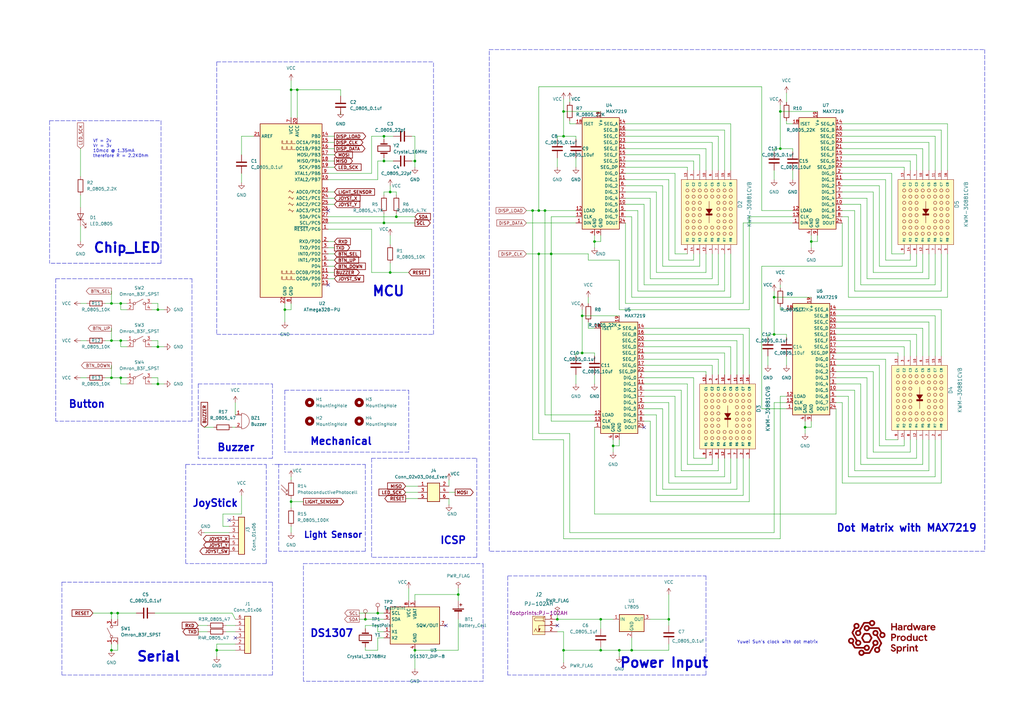
<source format=kicad_sch>
(kicad_sch (version 20211123) (generator eeschema)
  (paper "A3")
  (junction (at 64.77 127))
  (junction (at 320.04 45.72))
  (junction (at 231.14 55.88))
  (junction (at 119.38 36.83))
  (junction (at 332.74 99.06))
  (junction (at 220.98 104.14))
  (junction (at 154.94 251.46))
  (junction (at 246.38 266.7))
  (junction (at 48.26 251.46))
  (junction (at 157.48 91.44))
  (junction (at 170.18 66.04))
  (junction (at 45.72 139.7))
  (junction (at 119.38 205.74))
  (junction (at 116.84 127))
  (junction (at 251.46 182.88))
  (junction (at 149.86 254))
  (junction (at 220.98 86.36))
  (junction (at 243.84 99.06))
  (junction (at 157.48 55.88))
  (junction (at 223.52 86.36))
  (junction (at 274.32 254))
  (junction (at 160.02 78.74))
  (junction (at 238.76 129.54))
  (junction (at 218.44 86.36))
  (junction (at 231.14 45.72))
  (junction (at 228.6 254))
  (junction (at 160.02 111.76))
  (junction (at 246.38 254))
  (junction (at 45.72 124.46))
  (junction (at 320.04 60.96))
  (junction (at 187.96 243.84))
  (junction (at 330.2 175.26))
  (junction (at 157.48 66.04))
  (junction (at 121.92 36.83))
  (junction (at 45.72 154.94))
  (junction (at 170.18 266.7))
  (junction (at 226.06 104.14))
  (junction (at 45.72 266.7))
  (junction (at 49.53 139.7))
  (junction (at 45.72 251.46))
  (junction (at 64.77 157.48))
  (junction (at 49.53 124.46))
  (junction (at 259.08 266.7))
  (junction (at 317.5 137.16))
  (junction (at 162.56 88.9))
  (junction (at 238.76 144.78))
  (junction (at 49.53 154.94))
  (junction (at 231.14 266.7))
  (junction (at 254 266.7))
  (junction (at 88.9 266.7))
  (junction (at 317.5 121.92))
  (junction (at 64.77 142.24))
  (no_connect (at 228.6 256.54))
  (no_connect (at 134.62 86.36))
  (no_connect (at 264.16 175.26))
  (no_connect (at 134.62 116.84))
  (no_connect (at 182.88 256.54))
  (no_connect (at 93.98 213.36))
  (no_connect (at 96.52 261.62))
  (wire (pts (xy 373.38 185.42) (xy 373.38 180.34)))
  (wire (pts (xy 99.06 55.88) (xy 99.06 63.5)))
  (wire (pts (xy 279.4 160.02) (xy 279.4 193.04)))
  (wire (pts (xy 304.8 124.46) (xy 304.8 91.44)))
  (wire (pts (xy 160.02 111.76) (xy 167.64 111.76)))
  (wire (pts (xy 358.14 111.76) (xy 378.46 111.76)))
  (wire (pts (xy 342.9 149.86) (xy 360.68 149.86)))
  (wire (pts (xy 256.54 66.04) (xy 284.48 66.04)))
  (polyline (pts (xy 76.2 190.5) (xy 109.22 190.5)))
  (wire (pts (xy 137.16 58.42) (xy 134.62 58.42)))
  (wire (pts (xy 220.98 177.8) (xy 233.68 177.8)))
  (wire (pts (xy 322.58 38.1) (xy 322.58 41.91)))
  (wire (pts (xy 220.98 35.56) (xy 220.98 86.36)))
  (wire (pts (xy 388.62 121.92) (xy 388.62 104.14)))
  (wire (pts (xy 91.44 210.82) (xy 91.44 215.9)))
  (wire (pts (xy 81.28 259.08) (xy 85.09 259.08)))
  (polyline (pts (xy 111.76 238.76) (xy 111.76 276.86)))
  (wire (pts (xy 256.54 78.74) (xy 269.24 78.74)))
  (wire (pts (xy 287.02 63.5) (xy 287.02 69.85)))
  (wire (pts (xy 223.52 86.36) (xy 223.52 170.18)))
  (wire (pts (xy 157.48 55.88) (xy 152.4 55.88)))
  (wire (pts (xy 264.16 154.94) (xy 284.48 154.94)))
  (wire (pts (xy 104.14 55.88) (xy 99.06 55.88)))
  (wire (pts (xy 350.52 193.04) (xy 381 193.04)))
  (polyline (pts (xy 88.9 25.4) (xy 88.9 137.16)))
  (wire (pts (xy 388.62 50.8) (xy 388.62 69.85)))
  (wire (pts (xy 378.46 134.62) (xy 378.46 146.05)))
  (wire (pts (xy 215.9 91.44) (xy 236.22 91.44)))
  (wire (pts (xy 119.38 205.74) (xy 124.46 205.74)))
  (wire (pts (xy 284.48 106.68) (xy 284.48 104.14)))
  (wire (pts (xy 276.86 71.12) (xy 276.86 104.14)))
  (wire (pts (xy 342.9 142.24) (xy 370.84 142.24)))
  (wire (pts (xy 294.64 55.88) (xy 294.64 69.85)))
  (wire (pts (xy 381 114.3) (xy 381 104.14)))
  (wire (pts (xy 345.44 53.34) (xy 386.08 53.34)))
  (wire (pts (xy 184.15 204.47) (xy 184.15 207.01)))
  (wire (pts (xy 264.16 147.32) (xy 294.64 147.32)))
  (wire (pts (xy 332.74 175.26) (xy 330.2 175.26)))
  (wire (pts (xy 325.12 62.23) (xy 325.12 60.96)))
  (wire (pts (xy 231.14 266.7) (xy 246.38 266.7)))
  (wire (pts (xy 375.92 187.96) (xy 375.92 180.34)))
  (polyline (pts (xy 78.74 114.3) (xy 78.74 172.72)))
  (wire (pts (xy 256.54 53.34) (xy 297.18 53.34)))
  (wire (pts (xy 233.68 218.44) (xy 317.5 218.44)))
  (wire (pts (xy 363.22 180.34) (xy 368.3 180.34)))
  (wire (pts (xy 95.25 251.46) (xy 96.52 254)))
  (wire (pts (xy 259.08 88.9) (xy 259.08 121.92)))
  (wire (pts (xy 157.48 55.88) (xy 157.48 57.15)))
  (wire (pts (xy 345.44 71.12) (xy 365.76 71.12)))
  (wire (pts (xy 231.14 55.88) (xy 236.22 55.88)))
  (wire (pts (xy 261.62 86.36) (xy 261.62 119.38)))
  (wire (pts (xy 345.44 83.82) (xy 353.06 83.82)))
  (wire (pts (xy 345.44 91.44) (xy 345.44 109.22)))
  (wire (pts (xy 134.62 109.22) (xy 137.16 109.22)))
  (wire (pts (xy 134.62 88.9) (xy 162.56 88.9)))
  (polyline (pts (xy 200.66 226.06) (xy 200.66 20.32)))
  (wire (pts (xy 96.52 264.16) (xy 88.9 264.16)))
  (wire (pts (xy 317.5 137.16) (xy 322.58 137.16)))
  (wire (pts (xy 236.22 144.78) (xy 236.22 146.05)))
  (wire (pts (xy 358.14 152.4) (xy 358.14 185.42)))
  (wire (pts (xy 350.52 160.02) (xy 350.52 193.04)))
  (wire (pts (xy 33.02 92.71) (xy 33.02 99.06)))
  (polyline (pts (xy 111.76 157.48) (xy 111.76 187.96)))
  (wire (pts (xy 264.16 144.78) (xy 297.18 144.78)))
  (wire (pts (xy 220.98 86.36) (xy 218.44 86.36)))
  (polyline (pts (xy 198.12 279.4) (xy 124.46 279.4)))
  (polyline (pts (xy 22.86 114.3) (xy 22.86 172.72)))
  (wire (pts (xy 264.16 137.16) (xy 304.8 137.16)))
  (wire (pts (xy 134.62 114.3) (xy 137.16 114.3)))
  (wire (pts (xy 342.9 127) (xy 386.08 127)))
  (wire (pts (xy 317.5 121.92) (xy 317.5 137.16)))
  (wire (pts (xy 154.94 251.46) (xy 157.48 251.46)))
  (wire (pts (xy 330.2 172.72) (xy 330.2 175.26)))
  (wire (pts (xy 236.22 144.78) (xy 238.76 144.78)))
  (wire (pts (xy 256.54 60.96) (xy 289.56 60.96)))
  (polyline (pts (xy 149.86 226.06) (xy 114.3 226.06)))
  (wire (pts (xy 274.32 243.84) (xy 274.32 254)))
  (wire (pts (xy 264.16 170.18) (xy 269.24 170.18)))
  (wire (pts (xy 342.9 162.56) (xy 347.98 162.56)))
  (wire (pts (xy 383.54 116.84) (xy 383.54 104.14)))
  (wire (pts (xy 121.92 48.26) (xy 121.92 36.83)))
  (wire (pts (xy 96.52 266.7) (xy 88.9 266.7)))
  (polyline (pts (xy 116.84 160.02) (xy 167.64 160.02)))
  (wire (pts (xy 228.6 254) (xy 246.38 254)))
  (wire (pts (xy 236.22 57.15) (xy 236.22 55.88)))
  (wire (pts (xy 88.9 264.16) (xy 88.9 266.7)))
  (wire (pts (xy 281.94 157.48) (xy 281.94 190.5)))
  (wire (pts (xy 353.06 116.84) (xy 383.54 116.84)))
  (wire (pts (xy 375.92 137.16) (xy 375.92 146.05)))
  (wire (pts (xy 342.9 167.64) (xy 342.9 210.82)))
  (wire (pts (xy 375.92 63.5) (xy 375.92 69.85)))
  (wire (pts (xy 137.16 66.04) (xy 134.62 66.04)))
  (wire (pts (xy 299.72 50.8) (xy 299.72 69.85)))
  (wire (pts (xy 274.32 106.68) (xy 284.48 106.68)))
  (wire (pts (xy 264.16 160.02) (xy 279.4 160.02)))
  (wire (pts (xy 233.68 40.64) (xy 233.68 41.91)))
  (wire (pts (xy 292.1 58.42) (xy 292.1 69.85)))
  (wire (pts (xy 49.53 139.7) (xy 49.53 142.24)))
  (polyline (pts (xy 200.66 20.32) (xy 403.86 20.32)))
  (wire (pts (xy 386.08 119.38) (xy 386.08 104.14)))
  (wire (pts (xy 231.14 266.7) (xy 231.14 271.78)))
  (wire (pts (xy 119.38 215.9) (xy 119.38 218.44)))
  (wire (pts (xy 322.58 146.05) (xy 322.58 149.86)))
  (wire (pts (xy 149.86 256.54) (xy 149.86 257.81)))
  (wire (pts (xy 345.44 50.8) (xy 388.62 50.8)))
  (wire (pts (xy 64.77 124.46) (xy 64.77 127)))
  (wire (pts (xy 383.54 55.88) (xy 383.54 69.85)))
  (wire (pts (xy 363.22 147.32) (xy 363.22 180.34)))
  (wire (pts (xy 119.38 124.46) (xy 119.38 127)))
  (wire (pts (xy 312.42 86.36) (xy 325.12 86.36)))
  (wire (pts (xy 62.23 142.24) (xy 64.77 142.24)))
  (wire (pts (xy 49.53 154.94) (xy 49.53 157.48)))
  (wire (pts (xy 226.06 88.9) (xy 226.06 104.14)))
  (wire (pts (xy 231.14 220.98) (xy 320.04 220.98)))
  (wire (pts (xy 241.3 104.14) (xy 241.3 106.68)))
  (wire (pts (xy 187.96 241.3) (xy 187.96 243.84)))
  (wire (pts (xy 43.18 124.46) (xy 45.72 124.46)))
  (wire (pts (xy 64.77 157.48) (xy 67.31 157.48)))
  (wire (pts (xy 281.94 68.58) (xy 281.94 69.85)))
  (wire (pts (xy 134.62 93.98) (xy 152.4 93.98)))
  (wire (pts (xy 96.52 165.1) (xy 96.52 170.18)))
  (polyline (pts (xy 124.46 279.4) (xy 124.46 231.14)))
  (polyline (pts (xy 177.8 137.16) (xy 177.8 25.4)))
  (wire (pts (xy 320.04 45.72) (xy 320.04 60.96)))
  (wire (pts (xy 170.18 243.84) (xy 187.96 243.84)))
  (wire (pts (xy 38.1 251.46) (xy 45.72 251.46)))
  (polyline (pts (xy 81.28 157.48) (xy 81.28 187.96)))
  (wire (pts (xy 139.7 46.99) (xy 139.7 45.72)))
  (wire (pts (xy 363.22 106.68) (xy 373.38 106.68)))
  (wire (pts (xy 88.9 266.7) (xy 88.9 269.24)))
  (wire (pts (xy 347.98 121.92) (xy 388.62 121.92)))
  (polyline (pts (xy 78.74 172.72) (xy 22.86 172.72)))
  (wire (pts (xy 119.38 36.83) (xy 119.38 48.26)))
  (wire (pts (xy 233.68 177.8) (xy 233.68 218.44)))
  (wire (pts (xy 160.02 76.2) (xy 160.02 78.74)))
  (wire (pts (xy 81.28 256.54) (xy 85.09 256.54)))
  (wire (pts (xy 345.44 81.28) (xy 355.6 81.28)))
  (wire (pts (xy 320.04 220.98) (xy 320.04 162.56)))
  (wire (pts (xy 48.26 254) (xy 48.26 251.46)))
  (wire (pts (xy 231.14 45.72) (xy 231.14 55.88)))
  (wire (pts (xy 383.54 129.54) (xy 383.54 146.05)))
  (wire (pts (xy 48.26 264.16) (xy 48.26 266.7)))
  (wire (pts (xy 299.72 121.92) (xy 299.72 104.14)))
  (wire (pts (xy 162.56 87.63) (xy 162.56 88.9)))
  (wire (pts (xy 241.3 121.92) (xy 241.3 124.46)))
  (wire (pts (xy 375.92 109.22) (xy 375.92 104.14)))
  (wire (pts (xy 223.52 170.18) (xy 243.84 170.18)))
  (wire (pts (xy 317.5 218.44) (xy 317.5 165.1)))
  (wire (pts (xy 49.53 154.94) (xy 52.07 154.94)))
  (wire (pts (xy 259.08 261.62) (xy 259.08 266.7)))
  (wire (pts (xy 45.72 124.46) (xy 49.53 124.46)))
  (wire (pts (xy 256.54 83.82) (xy 264.16 83.82)))
  (wire (pts (xy 345.44 68.58) (xy 370.84 68.58)))
  (polyline (pts (xy 198.12 231.14) (xy 198.12 279.4)))
  (wire (pts (xy 302.26 200.66) (xy 302.26 187.96)))
  (wire (pts (xy 320.04 116.84) (xy 320.04 118.11)))
  (wire (pts (xy 266.7 254) (xy 274.32 254)))
  (polyline (pts (xy 403.86 20.32) (xy 403.86 226.06)))
  (polyline (pts (xy 111.76 187.96) (xy 81.28 187.96)))
  (wire (pts (xy 373.38 66.04) (xy 373.38 69.85)))
  (wire (pts (xy 92.71 256.54) (xy 96.52 256.54)))
  (polyline (pts (xy 22.86 114.3) (xy 78.74 114.3)))
  (wire (pts (xy 368.3 144.78) (xy 368.3 146.05)))
  (polyline (pts (xy 76.2 190.5) (xy 76.2 231.14)))
  (wire (pts (xy 160.02 78.74) (xy 162.56 78.74)))
  (polyline (pts (xy 167.64 160.02) (xy 167.64 185.42)))
  (wire (pts (xy 157.48 261.62) (xy 154.94 261.62)))
  (polyline (pts (xy 25.4 238.76) (xy 111.76 238.76)))
  (wire (pts (xy 317.5 60.96) (xy 317.5 62.23)))
  (wire (pts (xy 264.16 149.86) (xy 292.1 149.86)))
  (wire (pts (xy 317.5 165.1) (xy 322.58 165.1)))
  (wire (pts (xy 320.04 45.72) (xy 335.28 45.72)))
  (wire (pts (xy 162.56 88.9) (xy 170.18 88.9)))
  (wire (pts (xy 228.6 259.08) (xy 231.14 259.08)))
  (wire (pts (xy 271.78 109.22) (xy 287.02 109.22)))
  (wire (pts (xy 264.16 165.1) (xy 274.32 165.1)))
  (wire (pts (xy 345.44 78.74) (xy 358.14 78.74)))
  (wire (pts (xy 226.06 172.72) (xy 243.84 172.72)))
  (wire (pts (xy 254 180.34) (xy 254 182.88)))
  (wire (pts (xy 322.58 127) (xy 320.04 127)))
  (wire (pts (xy 266.7 172.72) (xy 266.7 205.74)))
  (wire (pts (xy 246.38 266.7) (xy 254 266.7)))
  (wire (pts (xy 33.02 139.7) (xy 35.56 139.7)))
  (wire (pts (xy 307.34 205.74) (xy 307.34 187.96)))
  (wire (pts (xy 360.68 182.88) (xy 370.84 182.88)))
  (wire (pts (xy 45.72 119.38) (xy 45.72 124.46)))
  (wire (pts (xy 166.37 199.39) (xy 171.45 199.39)))
  (wire (pts (xy 166.37 204.47) (xy 171.45 204.47)))
  (wire (pts (xy 345.44 73.66) (xy 363.22 73.66)))
  (polyline (pts (xy 66.04 107.95) (xy 20.32 107.95)))
  (wire (pts (xy 152.4 55.88) (xy 152.4 71.12)))
  (wire (pts (xy 261.62 119.38) (xy 297.18 119.38)))
  (wire (pts (xy 134.62 81.28) (xy 137.16 81.28)))
  (wire (pts (xy 317.5 69.85) (xy 317.5 73.66)))
  (wire (pts (xy 233.68 49.53) (xy 233.68 50.8)))
  (polyline (pts (xy 167.64 185.42) (xy 116.84 185.42)))
  (wire (pts (xy 284.48 66.04) (xy 284.48 69.85)))
  (wire (pts (xy 355.6 114.3) (xy 381 114.3)))
  (polyline (pts (xy 88.9 25.4) (xy 177.8 25.4)))
  (wire (pts (xy 274.32 264.16) (xy 274.32 266.7)))
  (wire (pts (xy 215.9 104.14) (xy 220.98 104.14)))
  (wire (pts (xy 92.71 259.08) (xy 96.52 259.08)))
  (wire (pts (xy 63.5 251.46) (xy 95.25 251.46)))
  (wire (pts (xy 289.56 111.76) (xy 289.56 104.14)))
  (wire (pts (xy 154.94 66.04) (xy 157.48 66.04)))
  (wire (pts (xy 342.9 210.82) (xy 243.84 210.82)))
  (wire (pts (xy 360.68 109.22) (xy 375.92 109.22)))
  (polyline (pts (xy 208.28 236.22) (xy 289.56 236.22)))
  (wire (pts (xy 236.22 153.67) (xy 236.22 157.48)))
  (wire (pts (xy 256.54 76.2) (xy 271.78 76.2)))
  (wire (pts (xy 342.9 154.94) (xy 355.6 154.94)))
  (wire (pts (xy 167.64 241.3) (xy 167.64 246.38)))
  (wire (pts (xy 307.34 127) (xy 307.34 88.9)))
  (wire (pts (xy 353.06 157.48) (xy 353.06 190.5)))
  (wire (pts (xy 220.98 104.14) (xy 226.06 104.14)))
  (polyline (pts (xy 289.56 236.22) (xy 289.56 276.86)))
  (wire (pts (xy 157.48 66.04) (xy 161.29 66.04)))
  (wire (pts (xy 347.98 162.56) (xy 347.98 195.58)))
  (wire (pts (xy 304.8 137.16) (xy 304.8 153.67)))
  (wire (pts (xy 48.26 266.7) (xy 45.72 266.7)))
  (wire (pts (xy 91.44 215.9) (xy 93.98 215.9)))
  (wire (pts (xy 226.06 88.9) (xy 236.22 88.9)))
  (wire (pts (xy 266.7 205.74) (xy 307.34 205.74)))
  (wire (pts (xy 226.06 104.14) (xy 241.3 104.14)))
  (wire (pts (xy 342.9 157.48) (xy 353.06 157.48)))
  (wire (pts (xy 49.53 139.7) (xy 52.07 139.7)))
  (wire (pts (xy 256.54 68.58) (xy 281.94 68.58)))
  (wire (pts (xy 317.5 119.38) (xy 317.5 121.92)))
  (wire (pts (xy 320.04 125.73) (xy 320.04 127)))
  (wire (pts (xy 43.18 139.7) (xy 45.72 139.7)))
  (wire (pts (xy 166.37 201.93) (xy 171.45 201.93)))
  (wire (pts (xy 160.02 96.52) (xy 160.02 100.33)))
  (wire (pts (xy 256.54 91.44) (xy 256.54 124.46)))
  (wire (pts (xy 157.48 80.01) (xy 157.48 78.74)))
  (wire (pts (xy 345.44 66.04) (xy 373.38 66.04)))
  (wire (pts (xy 378.46 111.76) (xy 378.46 104.14)))
  (wire (pts (xy 276.86 104.14) (xy 281.94 104.14)))
  (wire (pts (xy 134.62 111.76) (xy 137.16 111.76)))
  (wire (pts (xy 236.22 50.8) (xy 233.68 50.8)))
  (polyline (pts (xy 66.04 49.53) (xy 66.04 107.95)))
  (wire (pts (xy 271.78 76.2) (xy 271.78 109.22)))
  (wire (pts (xy 342.9 129.54) (xy 383.54 129.54)))
  (wire (pts (xy 162.56 78.74) (xy 162.56 80.01)))
  (wire (pts (xy 186.69 201.93) (xy 184.15 201.93)))
  (wire (pts (xy 246.38 254) (xy 251.46 254)))
  (polyline (pts (xy 88.9 137.16) (xy 177.8 137.16)))
  (wire (pts (xy 256.54 86.36) (xy 261.62 86.36)))
  (wire (pts (xy 274.32 256.54) (xy 274.32 254)))
  (polyline (pts (xy 114.3 190.5) (xy 111.76 190.5)))
  (wire (pts (xy 256.54 50.8) (xy 299.72 50.8)))
  (wire (pts (xy 241.3 106.68) (xy 254 106.68)))
  (wire (pts (xy 353.06 83.82) (xy 353.06 116.84)))
  (wire (pts (xy 345.44 165.1) (xy 345.44 198.12)))
  (wire (pts (xy 99.06 203.2) (xy 99.06 210.82)))
  (wire (pts (xy 289.56 60.96) (xy 289.56 69.85)))
  (polyline (pts (xy 149.86 190.5) (xy 149.86 226.06)))
  (wire (pts (xy 246.38 96.52) (xy 246.38 99.06)))
  (wire (pts (xy 342.9 134.62) (xy 378.46 134.62)))
  (wire (pts (xy 121.92 36.83) (xy 119.38 36.83)))
  (wire (pts (xy 274.32 198.12) (xy 299.72 198.12)))
  (wire (pts (xy 99.06 71.12) (xy 99.06 74.93)))
  (wire (pts (xy 187.96 254) (xy 187.96 266.7)))
  (wire (pts (xy 302.26 139.7) (xy 302.26 153.67)))
  (wire (pts (xy 220.98 35.56) (xy 312.42 35.56)))
  (wire (pts (xy 134.62 106.68) (xy 137.16 106.68)))
  (wire (pts (xy 119.38 204.47) (xy 119.38 205.74)))
  (wire (pts (xy 157.48 55.88) (xy 161.29 55.88)))
  (wire (pts (xy 154.94 256.54) (xy 149.86 256.54)))
  (wire (pts (xy 370.84 182.88) (xy 370.84 180.34)))
  (wire (pts (xy 238.76 129.54) (xy 238.76 144.78)))
  (wire (pts (xy 317.5 121.92) (xy 332.74 121.92)))
  (wire (pts (xy 48.26 251.46) (xy 55.88 251.46)))
  (wire (pts (xy 312.42 109.22) (xy 312.42 167.64)))
  (wire (pts (xy 332.74 96.52) (xy 332.74 99.06)))
  (wire (pts (xy 370.84 142.24) (xy 370.84 146.05)))
  (wire (pts (xy 269.24 170.18) (xy 269.24 203.2)))
  (wire (pts (xy 292.1 114.3) (xy 292.1 104.14)))
  (wire (pts (xy 134.62 83.82) (xy 137.16 83.82)))
  (wire (pts (xy 360.68 149.86) (xy 360.68 182.88)))
  (wire (pts (xy 314.96 137.16) (xy 314.96 138.43)))
  (wire (pts (xy 312.42 35.56) (xy 312.42 86.36)))
  (wire (pts (xy 254 182.88) (xy 251.46 182.88)))
  (wire (pts (xy 251.46 180.34) (xy 251.46 182.88)))
  (wire (pts (xy 49.53 124.46) (xy 49.53 127)))
  (wire (pts (xy 184.15 196.85) (xy 184.15 199.39)))
  (polyline (pts (xy 114.3 226.06) (xy 114.3 190.5)))
  (wire (pts (xy 238.76 129.54) (xy 254 129.54)))
  (wire (pts (xy 243.84 146.05) (xy 243.84 144.78)))
  (wire (pts (xy 83.82 218.44) (xy 93.98 218.44)))
  (wire (pts (xy 330.2 175.26) (xy 330.2 177.8)))
  (wire (pts (xy 299.72 142.24) (xy 299.72 153.67)))
  (wire (pts (xy 254 127) (xy 307.34 127)))
  (wire (pts (xy 264.16 83.82) (xy 264.16 116.84)))
  (wire (pts (xy 119.38 33.02) (xy 119.38 36.83)))
  (wire (pts (xy 342.9 139.7) (xy 373.38 139.7)))
  (wire (pts (xy 256.54 58.42) (xy 292.1 58.42)))
  (wire (pts (xy 386.08 53.34) (xy 386.08 69.85)))
  (wire (pts (xy 246.38 99.06) (xy 243.84 99.06)))
  (wire (pts (xy 119.38 195.58) (xy 119.38 196.85)))
  (wire (pts (xy 64.77 139.7) (xy 64.77 142.24)))
  (wire (pts (xy 152.4 93.98) (xy 152.4 111.76)))
  (wire (pts (xy 49.53 127) (xy 52.07 127)))
  (wire (pts (xy 243.84 210.82) (xy 243.84 175.26)))
  (wire (pts (xy 264.16 116.84) (xy 294.64 116.84)))
  (wire (pts (xy 33.02 124.46) (xy 35.56 124.46)))
  (polyline (pts (xy 152.4 187.96) (xy 195.58 187.96)))
  (wire (pts (xy 304.8 203.2) (xy 304.8 187.96)))
  (wire (pts (xy 228.6 55.88) (xy 231.14 55.88)))
  (wire (pts (xy 246.38 254) (xy 246.38 257.81)))
  (wire (pts (xy 381 132.08) (xy 381 146.05)))
  (wire (pts (xy 297.18 119.38) (xy 297.18 104.14)))
  (wire (pts (xy 345.44 88.9) (xy 347.98 88.9)))
  (wire (pts (xy 347.98 88.9) (xy 347.98 121.92)))
  (wire (pts (xy 64.77 127) (xy 67.31 127)))
  (wire (pts (xy 297.18 195.58) (xy 297.18 187.96)))
  (wire (pts (xy 139.7 36.83) (xy 139.7 39.37)))
  (wire (pts (xy 381 193.04) (xy 381 180.34)))
  (wire (pts (xy 154.94 266.7) (xy 149.86 266.7)))
  (wire (pts (xy 238.76 127) (xy 238.76 129.54)))
  (wire (pts (xy 218.44 86.36) (xy 218.44 180.34)))
  (wire (pts (xy 342.9 144.78) (xy 368.3 144.78)))
  (wire (pts (xy 91.44 210.82) (xy 99.06 210.82)))
  (wire (pts (xy 134.62 71.12) (xy 152.4 71.12)))
  (wire (pts (xy 251.46 182.88) (xy 251.46 185.42)))
  (wire (pts (xy 170.18 266.7) (xy 170.18 274.32)))
  (wire (pts (xy 363.22 73.66) (xy 363.22 106.68)))
  (wire (pts (xy 373.38 139.7) (xy 373.38 146.05)))
  (wire (pts (xy 231.14 259.08) (xy 231.14 266.7)))
  (polyline (pts (xy 200.66 20.32) (xy 200.66 20.32)))
  (wire (pts (xy 119.38 127) (xy 116.84 127)))
  (wire (pts (xy 157.48 78.74) (xy 160.02 78.74)))
  (wire (pts (xy 342.9 152.4) (xy 358.14 152.4)))
  (wire (pts (xy 256.54 63.5) (xy 287.02 63.5)))
  (polyline (pts (xy 20.32 49.53) (xy 20.32 107.95)))
  (wire (pts (xy 264.16 134.62) (xy 307.34 134.62)))
  (wire (pts (xy 294.64 147.32) (xy 294.64 153.67)))
  (wire (pts (xy 33.02 60.96) (xy 33.02 72.39)))
  (wire (pts (xy 274.32 165.1) (xy 274.32 198.12)))
  (polyline (pts (xy 124.46 231.14) (xy 198.12 231.14)))
  (wire (pts (xy 62.23 127) (xy 64.77 127)))
  (wire (pts (xy 345.44 63.5) (xy 375.92 63.5)))
  (wire (pts (xy 228.6 55.88) (xy 228.6 57.15)))
  (wire (pts (xy 187.96 243.84) (xy 187.96 246.38)))
  (wire (pts (xy 157.48 64.77) (xy 157.48 66.04)))
  (wire (pts (xy 220.98 86.36) (xy 223.52 86.36)))
  (wire (pts (xy 134.62 78.74) (xy 137.16 78.74)))
  (wire (pts (xy 45.72 254) (xy 45.72 251.46)))
  (wire (pts (xy 228.6 251.46) (xy 228.6 254)))
  (wire (pts (xy 312.42 167.64) (xy 322.58 167.64)))
  (wire (pts (xy 160.02 107.95) (xy 160.02 111.76)))
  (wire (pts (xy 49.53 142.24) (xy 52.07 142.24)))
  (wire (pts (xy 45.72 139.7) (xy 49.53 139.7)))
  (wire (pts (xy 231.14 40.64) (xy 231.14 45.72)))
  (wire (pts (xy 256.54 71.12) (xy 276.86 71.12)))
  (wire (pts (xy 134.62 68.58) (xy 137.16 68.58)))
  (polyline (pts (xy 111.76 276.86) (xy 25.4 276.86)))
  (wire (pts (xy 134.62 99.06) (xy 137.16 99.06)))
  (wire (pts (xy 256.54 73.66) (xy 274.32 73.66)))
  (wire (pts (xy 95.25 175.26) (xy 96.52 175.26)))
  (wire (pts (xy 231.14 45.72) (xy 246.38 45.72)))
  (wire (pts (xy 332.74 172.72) (xy 332.74 175.26)))
  (wire (pts (xy 45.72 251.46) (xy 48.26 251.46)))
  (wire (pts (xy 322.58 49.53) (xy 322.58 50.8)))
  (wire (pts (xy 157.48 259.08) (xy 154.94 259.08)))
  (wire (pts (xy 307.34 134.62) (xy 307.34 153.67)))
  (wire (pts (xy 276.86 162.56) (xy 276.86 195.58)))
  (wire (pts (xy 320.04 43.18) (xy 320.04 45.72)))
  (polyline (pts (xy 152.4 187.96) (xy 152.4 228.6)))
  (wire (pts (xy 256.54 55.88) (xy 294.64 55.88)))
  (wire (pts (xy 149.86 265.43) (xy 149.86 266.7)))
  (wire (pts (xy 64.77 154.94) (xy 64.77 157.48)))
  (wire (pts (xy 43.18 154.94) (xy 45.72 154.94)))
  (wire (pts (xy 137.16 60.96) (xy 134.62 60.96)))
  (wire (pts (xy 264.16 139.7) (xy 302.26 139.7)))
  (wire (pts (xy 378.46 190.5) (xy 378.46 180.34)))
  (wire (pts (xy 254 266.7) (xy 254 269.24)))
  (wire (pts (xy 266.7 81.28) (xy 266.7 114.3)))
  (wire (pts (xy 386.08 127) (xy 386.08 146.05)))
  (wire (pts (xy 269.24 111.76) (xy 289.56 111.76)))
  (wire (pts (xy 271.78 167.64) (xy 271.78 200.66)))
  (wire (pts (xy 228.6 64.77) (xy 228.6 68.58)))
  (wire (pts (xy 223.52 86.36) (xy 236.22 86.36)))
  (wire (pts (xy 350.52 119.38) (xy 386.08 119.38)))
  (wire (pts (xy 170.18 55.88) (xy 170.18 66.04)))
  (wire (pts (xy 157.48 91.44) (xy 170.18 91.44)))
  (wire (pts (xy 317.5 60.96) (xy 320.04 60.96)))
  (wire (pts (xy 246.38 265.43) (xy 246.38 266.7)))
  (wire (pts (xy 45.72 134.62) (xy 45.72 139.7)))
  (wire (pts (xy 294.64 193.04) (xy 294.64 187.96)))
  (wire (pts (xy 383.54 195.58) (xy 383.54 180.34)))
  (wire (pts (xy 256.54 88.9) (xy 259.08 88.9)))
  (wire (pts (xy 355.6 154.94) (xy 355.6 187.96)))
  (wire (pts (xy 345.44 55.88) (xy 383.54 55.88)))
  (wire (pts (xy 187.96 266.7) (xy 170.18 266.7)))
  (wire (pts (xy 147.32 254) (xy 149.86 254)))
  (wire (pts (xy 304.8 91.44) (xy 325.12 91.44)))
  (wire (pts (xy 355.6 81.28) (xy 355.6 114.3)))
  (wire (pts (xy 243.84 153.67) (xy 243.84 157.48)))
  (wire (pts (xy 170.18 243.84) (xy 170.18 246.38)))
  (wire (pts (xy 342.9 132.08) (xy 381 132.08)))
  (wire (pts (xy 289.56 152.4) (xy 289.56 153.67)))
  (wire (pts (xy 350.52 86.36) (xy 350.52 119.38)))
  (wire (pts (xy 154.94 73.66) (xy 154.94 66.04)))
  (wire (pts (xy 284.48 187.96) (xy 289.56 187.96)))
  (wire (pts (xy 256.54 81.28) (xy 266.7 81.28)))
  (wire (pts (xy 33.02 154.94) (xy 35.56 154.94)))
  (wire (pts (xy 358.14 185.42) (xy 373.38 185.42)))
  (wire (pts (xy 287.02 109.22) (xy 287.02 104.14)))
  (wire (pts (xy 157.48 87.63) (xy 157.48 91.44)))
  (wire (pts (xy 264.16 157.48) (xy 281.94 157.48)))
  (wire (pts (xy 220.98 104.14) (xy 220.98 177.8)))
  (wire (pts (xy 168.91 55.88) (xy 170.18 55.88)))
  (wire (pts (xy 33.02 80.01) (xy 33.02 85.09)))
  (wire (pts (xy 134.62 101.6) (xy 137.16 101.6)))
  (wire (pts (xy 266.7 114.3) (xy 292.1 114.3)))
  (wire (pts (xy 345.44 58.42) (xy 381 58.42)))
  (wire (pts (xy 342.9 137.16) (xy 375.92 137.16)))
  (wire (pts (xy 332.74 99.06) (xy 332.74 101.6)))
  (wire (pts (xy 342.9 165.1) (xy 345.44 165.1)))
  (wire (pts (xy 373.38 106.68) (xy 373.38 104.14)))
  (wire (pts (xy 147.32 251.46) (xy 154.94 251.46)))
  (wire (pts (xy 365.76 71.12) (xy 365.76 104.14)))
  (wire (pts (xy 370.84 68.58) (xy 370.84 69.85)))
  (wire (pts (xy 62.23 154.94) (xy 64.77 154.94)))
  (wire (pts (xy 299.72 198.12) (xy 299.72 187.96)))
  (wire (pts (xy 243.84 99.06) (xy 243.84 101.6)))
  (polyline (pts (xy 195.58 187.96) (xy 195.58 228.6)))
  (polyline (pts (xy 289.56 276.86) (xy 208.28 276.86)))
  (wire (pts (xy 264.16 172.72) (xy 266.7 172.72)))
  (wire (pts (xy 134.62 73.66) (xy 154.94 73.66)))
  (wire (pts (xy 345.44 60.96) (xy 378.46 60.96)))
  (wire (pts (xy 254 106.68) (xy 254 127)))
  (wire (pts (xy 264.16 167.64) (xy 271.78 167.64)))
  (wire (pts (xy 259.08 266.7) (xy 274.32 266.7)))
  (wire (pts (xy 358.14 78.74) (xy 358.14 111.76)))
  (polyline (pts (xy 25.4 238.76) (xy 25.4 276.86)))
  (wire (pts (xy 264.16 152.4) (xy 289.56 152.4)))
  (wire (pts (xy 45.72 264.16) (xy 45.72 266.7)))
  (wire (pts (xy 320.04 162.56) (xy 322.58 162.56)))
  (wire (pts (xy 243.84 134.62) (xy 241.3 134.62)))
  (wire (pts (xy 134.62 91.44) (xy 157.48 91.44)))
  (wire (pts (xy 243.84 96.52) (xy 243.84 99.06)))
  (wire (pts (xy 345.44 86.36) (xy 350.52 86.36)))
  (wire (pts (xy 297.18 53.34) (xy 297.18 69.85)))
  (wire (pts (xy 378.46 60.96) (xy 378.46 69.85)))
  (wire (pts (xy 292.1 149.86) (xy 292.1 153.67)))
  (wire (pts (xy 83.82 175.26) (xy 87.63 175.26)))
  (polyline (pts (xy 81.28 157.48) (xy 111.76 157.48)))
  (polyline (pts (xy 195.58 228.6) (xy 152.4 228.6)))
  (wire (pts (xy 154.94 259.08) (xy 154.94 256.54)))
  (wire (pts (xy 218.44 180.34) (xy 231.14 180.34)))
  (wire (pts (xy 215.9 86.36) (xy 218.44 86.36)))
  (wire (pts (xy 134.62 104.14) (xy 137.16 104.14)))
  (wire (pts (xy 284.48 154.94) (xy 284.48 187.96)))
  (polyline (pts (xy 109.22 231.14) (xy 76.2 231.14)))
  (wire (pts (xy 325.12 69.85) (xy 325.12 73.66)))
  (wire (pts (xy 276.86 195.58) (xy 297.18 195.58)))
  (wire (pts (xy 45.72 149.86) (xy 45.72 154.94)))
  (polyline (pts (xy 20.32 49.53) (xy 66.04 49.53)))
  (wire (pts (xy 259.08 121.92) (xy 299.72 121.92)))
  (wire (pts (xy 269.24 78.74) (xy 269.24 111.76)))
  (wire (pts (xy 347.98 195.58) (xy 383.54 195.58)))
  (wire (pts (xy 62.23 124.46) (xy 64.77 124.46)))
  (wire (pts (xy 49.53 124.46) (xy 52.07 124.46)))
  (wire (pts (xy 320.04 60.96) (xy 325.12 60.96)))
  (wire (pts (xy 314.96 137.16) (xy 317.5 137.16)))
  (wire (pts (xy 274.32 73.66) (xy 274.32 106.68)))
  (wire (pts (xy 322.58 138.43) (xy 322.58 137.16)))
  (wire (pts (xy 231.14 180.34) (xy 231.14 220.98)))
  (wire (pts (xy 386.08 198.12) (xy 386.08 180.34)))
  (wire (pts (xy 279.4 193.04) (xy 294.64 193.04)))
  (wire (pts (xy 116.84 124.46) (xy 116.84 127)))
  (wire (pts (xy 62.23 139.7) (xy 64.77 139.7)))
  (wire (pts (xy 360.68 76.2) (xy 360.68 109.22)))
  (wire (pts (xy 381 58.42) (xy 381 69.85)))
  (wire (pts (xy 241.3 132.08) (xy 241.3 134.62)))
  (wire (pts (xy 154.94 261.62) (xy 154.94 266.7)))
  (wire (pts (xy 152.4 111.76) (xy 160.02 111.76)))
  (polyline (pts (xy 116.84 160.02) (xy 116.84 185.42)))
  (wire (pts (xy 271.78 200.66) (xy 302.26 200.66)))
  (wire (pts (xy 314.96 146.05) (xy 314.96 149.86)))
  (polyline (pts (xy 114.3 190.5) (xy 149.86 190.5)))
  (wire (pts (xy 297.18 144.78) (xy 297.18 153.67)))
  (wire (pts (xy 342.9 147.32) (xy 363.22 147.32)))
  (polyline (pts (xy 109.22 190.5) (xy 109.22 231.14)))
  (polyline (pts (xy 403.86 226.06) (xy 200.66 226.06)))
  (wire (pts (xy 226.06 104.14) (xy 226.06 172.72)))
  (wire (pts (xy 355.6 187.96) (xy 375.92 187.96)))
  (wire (pts (xy 119.38 205.74) (xy 119.38 208.28)))
  (wire (pts (xy 345.44 76.2) (xy 360.68 76.2)))
  (wire (pts (xy 62.23 157.48) (xy 64.77 157.48)))
  (wire (pts (xy 281.94 190.5) (xy 292.1 190.5)))
  (wire (pts (xy 49.53 157.48) (xy 52.07 157.48)))
  (wire (pts (xy 345.44 198.12) (xy 386.08 198.12)))
  (wire (pts (xy 292.1 190.5) (xy 292.1 187.96)))
  (wire (pts (xy 137.16 63.5) (xy 134.62 63.5)))
  (wire (pts (xy 256.54 124.46) (xy 304.8 124.46)))
  (wire (pts (xy 264.16 162.56) (xy 276.86 162.56)))
  (wire (pts (xy 269.24 203.2) (xy 304.8 203.2)))
  (wire (pts (xy 121.92 36.83) (xy 139.7 36.83)))
  (wire (pts (xy 345.44 109.22) (xy 312.42 109.22)))
  (wire (pts (xy 264.16 142.24) (xy 299.72 142.24)))
  (wire (pts (xy 45.72 154.94) (xy 49.53 154.94)))
  (wire (pts (xy 170.18 66.04) (xy 170.18 68.58)))
  (wire (pts (xy 294.64 116.84) (xy 294.64 104.14)))
  (wire (pts (xy 325.12 50.8) (xy 322.58 50.8)))
  (wire (pts (xy 168.91 66.04) (xy 170.18 66.04)))
  (wire (pts (xy 64.77 142.24) (xy 67.31 142.24)))
  (wire (pts (xy 236.22 64.77) (xy 236.22 68.58)))
  (wire (pts (xy 335.28 96.52) (xy 335.28 99.06)))
  (polyline (pts (xy 208.28 276.86) (xy 208.28 236.22)))
  (wire (pts (xy 116.84 127) (xy 116.84 132.08)))
  (wire (pts (xy 342.9 160.02) (xy 350.52 160.02)))
  (wire (pts (xy 335.28 99.06) (xy 332.74 99.06)))
  (wire (pts (xy 238.76 144.78) (xy 243.84 144.78)))
  (wire (pts (xy 137.16 55.88) (xy 134.62 55.88)))
  (wire (pts (xy 353.06 190.5) (xy 378.46 190.5)))
  (wire (pts (xy 365.76 104.14) (xy 370.84 104.14)))
  (wire (pts (xy 149.86 254) (xy 157.48 254)))
  (wire (pts (xy 307.34 88.9) (xy 325.12 88.9)))
  (wire (pts (xy 254 266.7) (xy 259.08 266.7)))
  (text "MCU" (at 152.4 121.92 0) (effects (font (size 4 4) bold) (justify left bottom)))
  (text "JoyStick " (at 78.74 208.28 0) (effects (font (size 3 3) bold) (justify left bottom)))
  (text "ICSP" (at 180.34 223.52 0) (effects (font (size 3 3) (thickness 0.6) bold) (justify left bottom)))
  (text "Serial" (at 55.88 271.78 0) (effects (font (size 4 4) bold) (justify left bottom)))
  (text "Power Input" (at 254 274.32 0) (effects (font (size 4 4) bold) (justify left bottom)))
  (text "Chip_LED\n" (at 38.1 104.14 0) (effects (font (size 4 4) (thickness 0.8) bold) (justify left bottom)))
  (text "Buzzer" (at 88.9 185.42 0) (effects (font (size 3 3) bold) (justify left bottom)))
  (text "Yuwei Sun's clock with dot matrix\n" (at 302.26 264.16 0) (effects (font (size 1.27 1.27)) (justify left bottom)))
  (text "Vf = 2v\nVr = 3v\n10mcd @ 1.35mA\ntherefore R = 2.2K0hm" (at 38.1 64.77 0) (effects (font (size 1.27 1.27)) (justify left bottom)))
  (text "Light Sensor" (at 124.46 220.98 0) (effects (font (size 2.5 2.5) bold) (justify left bottom)))
  (text "Dot Matrix with MAX7219\n" (at 342.9 218.44 0) (effects (font (size 3 3) bold) (justify left bottom)))
  (text "DS1307\n" (at 127 261.62 0) (effects (font (size 3 3) (thickness 0.6) bold) (justify left bottom)))
  (text "Button" (at 27.94 167.64 0) (effects (font (size 3 3) (thickness 0.6) bold) (justify left bottom)))
  (text "Mechanical" (at 127 182.88 0) (effects (font (size 3 3) bold) (justify left bottom)))
  (global_label "SDA" (shape input) (at 170.18 88.9 0) (effects (font bold)) (property "Intersheet References" "${INTERSHEET_REFS}" (effects hide)))
  (global_label "MOSI" (shape input) (at 137.16 63.5 0) (effects (font (thickness 0.254) bold)) (property "Intersheet References" "${INTERSHEET_REFS}" (effects hide)))
  (global_label "BUZZER" (shape output) (at 137.16 111.76 0) (effects (font bold)) (property "Intersheet References" "${INTERSHEET_REFS}" (effects hide)))
  (global_label "RESET" (shape input) (at 167.64 111.76 0) (effects (font bold)) (property "插入图纸页参考" "${INTERSHEET_REFS}" (effects hide)))
  (global_label "TXD" (shape output) (at 137.16 101.6 0) (effects (font bold)) (property "插入图纸页参考" "${INTERSHEET_REFS}" (effects hide)))
  (global_label "MOSI" (shape output) (at 186.69 201.93 0) (effects (font bold)) (property "Intersheet References" "${INTERSHEET_REFS}" (effects hide)))
  (global_label "DISP_CLK" (shape output) (at 137.16 58.42 0) (effects (font (thickness 0.254) bold)) (property "Intersheet References" "${INTERSHEET_REFS}" (effects hide)))
  (global_label "LED_SCK" (shape input) (at 33.02 60.96 90) (property "插入图纸页参考" "${INTERSHEET_REFS}" (effects hide)))
  (global_label "LIGHT_SENSOR" (shape output) (at 124.46 205.74 0) (effects (font bold)) (property "Intersheet References" "${INTERSHEET_REFS}" (effects hide)))
  (global_label "MISO" (shape output) (at 137.16 66.04 0) (effects (font (thickness 0.254) bold)) (property "Intersheet References" "${INTERSHEET_REFS}" (effects hide)))
  (global_label "RXD" (shape input) (at 137.16 99.06 0) (effects (font bold)) (property "插入图纸页参考" "${INTERSHEET_REFS}" (effects hide)))
  (global_label "DISP_LOAD" (shape output) (at 137.16 55.88 0) (effects (font (thickness 0.254) bold)) (property "Intersheet References" "${INTERSHEET_REFS}" (effects hide)))
  (global_label "MISO" (shape input) (at 166.37 199.39 180) (effects (font (thickness 0.254) bold)) (property "Intersheet References" "${INTERSHEET_REFS}" (effects hide)))
  (global_label "BTN_SEL" (shape output) (at 45.72 119.38 180) (property "Intersheet References" "${INTERSHEET_REFS}" (effects hide)))
  (global_label "BTN_SEL" (shape input) (at 137.16 104.14 0) (effects (font bold)) (property "Intersheet References" "${INTERSHEET_REFS}" (effects hide)))
  (global_label "RESET" (shape output) (at 166.37 204.47 180) (effects (font bold)) (property "Intersheet References" "${INTERSHEET_REFS}" (effects hide)))
  (global_label "RXD" (shape input) (at 81.28 256.54 180) (effects (font bold)) (property "插入图纸页参考" "${INTERSHEET_REFS}" (effects hide)))
  (global_label "DISP_LOAD" (shape input) (at 215.9 86.36 180) (property "Intersheet References" "${INTERSHEET_REFS}" (effects hide)))
  (global_label "DISP_DATA" (shape output) (at 137.16 60.96 0) (effects (font (thickness 0.254) bold)) (property "Intersheet References" "${INTERSHEET_REFS}" (effects hide)))
  (global_label "SCL" (shape output) (at 147.32 251.46 180) (property "Intersheet References" "${INTERSHEET_REFS}" (effects hide)))
  (global_label "JOYST_SW" (shape input) (at 137.16 114.3 0) (effects (font bold)) (property "Intersheet References" "${INTERSHEET_REFS}" (effects hide)))
  (global_label "JOYST_Y" (shape output) (at 93.98 223.52 180) (effects (font bold)) (property "Intersheet References" "${INTERSHEET_REFS}" (effects hide)))
  (global_label "DISP_CLK" (shape input) (at 215.9 104.14 180) (property "Intersheet References" "${INTERSHEET_REFS}" (effects hide)))
  (global_label "TXD" (shape output) (at 81.28 259.08 180) (effects (font bold)) (property "插入图纸页参考" "${INTERSHEET_REFS}" (effects hide)))
  (global_label "LIGHT_SENSOR" (shape input) (at 137.16 78.74 0) (effects (font bold)) (property "Intersheet References" "${INTERSHEET_REFS}" (effects hide)))
  (global_label "LED_SCK" (shape input) (at 166.37 201.93 180) (effects (font bold)) (property "Intersheet References" "${INTERSHEET_REFS}" (effects hide)))
  (global_label "BUZZER" (shape input) (at 83.82 175.26 90) (effects (font bold)) (property "Intersheet References" "${INTERSHEET_REFS}" (effects hide)))
  (global_label "JOYST_SW" (shape output) (at 93.98 226.06 180) (effects (font bold)) (property "Intersheet References" "${INTERSHEET_REFS}" (effects hide)))
  (global_label "DISP_DATA" (shape input) (at 215.9 91.44 180) (property "Intersheet References" "${INTERSHEET_REFS}" (effects hide)))
  (global_label "JOYST_Y" (shape input) (at 137.16 83.82 0) (effects (font bold)) (property "Intersheet References" "${INTERSHEET_REFS}" (effects hide)))
  (global_label "SDA" (shape output) (at 147.32 254 180) (property "Intersheet References" "${INTERSHEET_REFS}" (effects hide)))
  (global_label "BTN_DOWN" (shape output) (at 45.72 149.86 180) (property "Intersheet References" "${INTERSHEET_REFS}" (effects hide)))
  (global_label "JOYST_X" (shape input) (at 137.16 81.28 0) (effects (font bold)) (property "Intersheet References" "${INTERSHEET_REFS}" (effects hide)))
  (global_label "SCL" (shape output) (at 170.18 91.44 0) (effects (font bold)) (property "Intersheet References" "${INTERSHEET_REFS}" (effects hide)))
  (global_label "LED_SCK" (shape input) (at 137.16 68.58 0) (effects (font (thickness 0.254) bold)) (property "插入图纸页参考" "${INTERSHEET_REFS}" (effects hide)))
  (global_label "BTN_DOWN" (shape input) (at 137.16 109.22 0) (effects (font bold)) (property "Intersheet References" "${INTERSHEET_REFS}" (effects hide)))
  (global_label "RESET" (shape input) (at 38.1 251.46 180) (effects (font bold)) (property "插入图纸页参考" "${INTERSHEET_REFS}" (effects hide)))
  (global_label "BTN_UP" (shape input) (at 137.16 106.68 0) (effects (font bold)) (property "Intersheet References" "${INTERSHEET_REFS}" (effects hide)))
  (global_label "BTN_UP" (shape output) (at 45.72 134.62 180) (property "Intersheet References" "${INTERSHEET_REFS}" (effects hide)))
  (global_label "JOYST_X" (shape output) (at 93.98 220.98 180) (effects (font bold)) (property "Intersheet References" "${INTERSHEET_REFS}" (effects hide)))
  (symbol (lib_id "HPS:GND") (at 317.5 73.66 0) (unit 1)
    (property "Reference" "#PWR045" (effects hide))
    (property "Value" "GND" (at 317.5 78.74 0))
  )
  (symbol (lib_id "HPS:C_0805_10uf") (at 236.22 60.96 0) (unit 1)
    (property "Reference" "C9" (at 238.76 60.96 0) (effects (justify left)))
    (property "Value" "C_0805_10uf" (at 231.14 63.5 0) (effects (justify left)))
    (property "Footprint" "footprints:C_0805_2012Metric" (effects hide))
    (property "Datasheet" "https://search.murata.co.jp/Ceramy/image/img/A01X/G101/ENG/GRM21BR61E106KA73-01.pdf" (effects hide))
    (property "MFG" "Murata Electronics" (effects hide))
    (property "MPN" "GRM21BR61E106KA73L" (effects hide))
    (property "Digikey PN" "490-5523-1-ND" (effects hide))
    (property "Mouser PN" "N/A" (effects hide))
    (property "Voltage" "N/A" (effects hide))
    (property "Dielectric" "N/A" (effects hide))
    (property "Tolerance" "N/A" (effects hide))
  )
  (symbol (lib_id "HPS:R_0805_22K") (at 322.58 45.72 0) (unit 1)
    (property "Reference" "R10" (at 325.12 44.45 0) (effects (justify left)))
    (property "Value" "R_0805_22K" (at 322.58 53.34 0) (effects (justify left)))
    (property "Footprint" "footprints:R_0805_2012Metric" (effects hide))
    (property "Datasheet" "https://www.digikey.com/en/products/detail/yageo/RC0805FR-0722KL/727736" (effects hide))
    (property "MFG" "Yageo" (effects hide))
    (property "MPN" "RC0805FR-0722KL" (effects hide))
    (property "Digikey PN" "311-22.0KCRCT-ND" (effects hide))
    (property "Mouser PN" "N/A" (effects hide))
    (property "Power" "N/A" (effects hide))
    (property "Tolerance" "N/A" (effects hide))
  )
  (symbol (lib_id "HPS:VCC") (at 160.02 76.2 0) (unit 1)
    (property "Reference" "#PWR015" (effects hide))
    (property "Value" "VCC" (at 162.56 76.2 0))
  )
  (symbol (lib_id "HPS:L7805") (at 259.08 254 0) (unit 1)
    (property "Reference" "U1" (at 259.08 246.38 0))
    (property "Value" "L7805" (at 259.08 248.92 0))
    (property "Footprint" "footprints:TO-252-2" (effects hide))
    (property "Datasheet" "http://www.st.com/content/ccc/resource/technical/document/datasheet/41/4f/b3/b0/12/d4/47/88/CD00000444.pdf/files/CD00000444.pdf/jcr:content/translations/en.CD00000444.pdf" (effects hide))
    (property "Digikey PN" "497-7255-1-ND" (effects hide))
    (property "MPN" "L7805CDT-TR" (effects hide))
    (property "MFG" "STMicroelectronics" (effects hide))
  )
  (symbol (lib_id "HPS:Crystal_32768Hz") (at 149.86 261.62 270) (unit 1)
    (property "Reference" "Y1" (at 153.67 260.3499 90) (effects (justify left)))
    (property "Value" "Crystal_32768Hz" (at 142.24 269.24 90) (effects (justify left)))
    (property "Footprint" "footprints:Crystal_SMD_2Pin_3.2x1.5mm" (effects hide))
    (property "Datasheet" "https://www.jauch.com/downloadfile/57fde22d50dbf_d3c203011c87952f2834/jtx310-auto-2-210512.pdf" (effects hide))
    (property "MFG" "Jauch Quartz" (effects hide))
    (property "MPN" "Q 0,032768-JTX310-12,5-20-T1-HMR-50K-LF" (effects hide))
    (property "Digikey PN" "1908-1314-1-ND" (effects hide))
    (property "Mouser PN" "N/A" (effects hide))
  )
  (symbol (lib_id "HPS:GND") (at 67.31 127 90) (unit 1)
    (property "Reference" "#PWR029" (effects hide))
    (property "Value" "GND" (at 71.12 126.9999 90) (effects (justify right)))
  )
  (symbol (lib_id "HPS:C_0805_0.1uf") (at 314.96 142.24 0) (unit 1)
    (property "Reference" "C12" (at 312.42 137.16 0) (effects (justify left)))
    (property "Value" "C_0805_0.1uf" (at 309.88 139.7 0) (effects (justify left)))
    (property "Footprint" "footprints:C_0805_2012Metric" (effects hide))
    (property "Datasheet" "https://datasheets.avx.com/X7RDielectric.pdf" (effects hide))
    (property "MFG" "AVX Corporation" (effects hide))
    (property "MPN" "08055C104KAT2A" (effects hide))
    (property "Digikey PN" "478-1395-1-ND" (effects hide))
    (property "Mouser PN" "N/A" (effects hide))
    (property "Voltage" "N/A" (effects hide))
    (property "Dielectric" "N/A" (effects hide))
    (property "Tolerance" "N/A" (effects hide))
  )
  (symbol (lib_id "HPS:KWM-30881CVB") (at 290.83 87.63 90) (unit 1)
    (property "Reference" "D2" (at 303.53 83.82 0) (effects (font (size 1.524 1.524))))
    (property "Value" "KWM-30881CVB" (at 307.34 83.82 0) (effects (font (size 1.524 1.524))))
    (property "Footprint" "footprints:KWM-30881CVB" (effects hide))
    (property "Datasheet" "https://cdn-shop.adafruit.com/datasheets/KWM-30881XVB.pdf" (effects hide))
    (property "MFG" "Adafruit" (effects hide))
    (property "MPN" "KWM-30881CVB" (effects hide))
    (property "Digikey PN" "N/A" (effects hide))
    (property "Mouser PN" "N/A" (effects hide))
  )
  (symbol (lib_id "HPS:C_0805_0.1uf") (at 317.5 66.04 0) (unit 1)
    (property "Reference" "C13" (at 314.96 60.96 0) (effects (justify left)))
    (property "Value" "C_0805_0.1uf" (at 312.42 63.5 0) (effects (justify left)))
    (property "Footprint" "footprints:C_0805_2012Metric" (effects hide))
    (property "Datasheet" "https://datasheets.avx.com/X7RDielectric.pdf" (effects hide))
    (property "MFG" "AVX Corporation" (effects hide))
    (property "MPN" "08055C104KAT2A" (effects hide))
    (property "Digikey PN" "478-1395-1-ND" (effects hide))
    (property "Mouser PN" "N/A" (effects hide))
    (property "Voltage" "N/A" (effects hide))
    (property "Dielectric" "N/A" (effects hide))
    (property "Tolerance" "N/A" (effects hide))
  )
  (symbol (lib_id "HPS:GND") (at 243.84 157.48 0) (unit 1)
    (property "Reference" "#PWR043" (effects hide))
    (property "Value" "GND" (at 243.84 162.56 0))
  )
  (symbol (lib_id "HPS:VCC") (at 33.02 124.46 90) (unit 1)
    (property "Reference" "#PWR024" (effects hide))
    (property "Value" "VCC" (at 29.21 124.4599 90) (effects (justify left)))
  )
  (symbol (lib_id "HPS:KWM-30881CVB") (at 377.19 163.83 90) (unit 1)
    (property "Reference" "D4" (at 389.89 160.02 0) (effects (font (size 1.524 1.524))))
    (property "Value" "KWM-30881CVB" (at 393.7 160.02 0) (effects (font (size 1.524 1.524))))
    (property "Footprint" "footprints:KWM-30881CVB" (effects hide))
    (property "Datasheet" "https://cdn-shop.adafruit.com/datasheets/KWM-30881XVB.pdf" (effects hide))
    (property "MFG" "Adafruit" (effects hide))
    (property "MPN" "KWM-30881CVB" (effects hide))
    (property "Digikey PN" "N/A" (effects hide))
    (property "Mouser PN" "N/A" (effects hide))
  )
  (symbol (lib_id "HPS:Omron_B3F_SPST") (at 45.72 259.08 90) (unit 1)
    (property "Reference" "SW1" (at 49.53 257.8099 90) (effects (justify right)))
    (property "Value" "Omron_B3F_SPST" (at 49.53 260.3499 90) (effects (justify right)))
    (property "Footprint" "footprints:SW_SPST_Omron_B3FS-100xP" (effects hide))
    (property "Datasheet" "https://omronfs.omron.com/en_US/ecb/products/pdf/en-b3fs.pdf" (effects hide))
    (property "MFG" "Omron Electronics Inc-EMC Div" (effects hide))
    (property "MPN" "B3FS-1000P" (effects hide))
    (property "Digikey PN" "SW423CT-ND" (effects hide))
    (property "Mouser PN" "N/A" (effects hide))
  )
  (symbol (lib_id "HPS:VCC") (at 317.5 119.38 0) (unit 1)
    (property "Reference" "#PWR018" (effects hide))
    (property "Value" "VCC" (at 314.96 116.84 0))
  )
  (symbol (lib_id "HPS:GND") (at 236.22 157.48 0) (unit 1)
    (property "Reference" "#PWR041" (effects hide))
    (property "Value" "GND" (at 236.22 162.56 0))
  )
  (symbol (lib_id "HPS:R_0805_100K") (at 119.38 212.09 0) (unit 1)
    (property "Reference" "R15" (at 121.92 210.8199 0) (effects (justify left)))
    (property "Value" "R_0805_100K" (at 121.92 213.3599 0) (effects (justify left)))
    (property "Footprint" "footprints:R_0805_2012Metric" (effects hide))
    (property "Datasheet" "https://www.digikey.com/en/products/detail/yageo/RC0805FR-07100KL/727544" (effects hide))
    (property "MFG" "Yageo" (effects hide))
    (property "MPN" "RC0805FR-07100KL" (effects hide))
    (property "Digikey PN" "311-100KCRCT-ND" (effects hide))
    (property "Mouser PN" "N/A" (effects hide))
    (property "Power" "N/A" (effects hide))
    (property "Tolerance" "N/A" (effects hide))
  )
  (symbol (lib_id "HPS:TestPoint") (at 149.86 254 0) (mirror y) (unit 1)
    (property "Reference" "TP1" (at 152.4 254 0) (effects (justify right)))
    (property "Value" "TestPoint" (at 152.4 256.54 0) (effects (justify right)))
    (property "Footprint" "footprints:TestPoint_THTPad_D2.0mm_Drill1.0mm" (effects hide))
  )
  (symbol (lib_id "HPS:Omron_B3F_SPST") (at 57.15 139.7 0) (unit 1)
    (property "Reference" "SW3" (at 57.15 133.35 0))
    (property "Value" "Omron_B3F_SPST" (at 57.15 135.89 0))
    (property "Footprint" "footprints:SW_SPST_Omron_B3FS-100xP" (effects hide))
    (property "Datasheet" "https://omronfs.omron.com/en_US/ecb/products/pdf/en-b3fs.pdf" (effects hide))
    (property "MFG" "Omron Electronics Inc-EMC Div" (effects hide))
    (property "MPN" "B3FS-1000P" (effects hide))
    (property "Digikey PN" "SW423CT-ND" (effects hide))
    (property "Mouser PN" "N/A" (effects hide))
  )
  (symbol (lib_id "HPS:MountingHole") (at 147.32 165.1 0) (unit 1)
    (property "Reference" "H3" (at 149.86 163.8299 0) (effects (justify left)))
    (property "Value" "MountingHole" (at 149.86 166.3699 0) (effects (justify left)))
    (property "Footprint" "footprints:MountingHole_3.2mm_M3" (effects hide))
  )
  (symbol (lib_id "HPS:PWR_FLAG") (at 231.14 271.78 180) (unit 1)
    (property "Reference" "#FLG0104" (effects hide))
    (property "Value" "PWR_FLAG" (at 233.68 273.0499 0) (effects (justify right)))
  )
  (symbol (lib_id "HPS:HPS_Logo") (at 365.76 261.62 0) (unit 1)
    (property "Reference" "#G1" (effects hide))
    (property "Value" "HPS_Logo" (effects hide))
  )
  (symbol (lib_id "HPS:C_0805_0.1uf") (at 99.06 67.31 0) (unit 1)
    (property "Reference" "C1" (at 102.87 66.0399 0) (effects (justify left)))
    (property "Value" "C_0805_0.1uf" (at 102.87 68.5799 0) (effects (justify left)))
    (property "Footprint" "footprints:C_0805_2012Metric" (effects hide))
    (property "Datasheet" "https://datasheets.avx.com/X7RDielectric.pdf" (effects hide))
    (property "MFG" "AVX Corporation" (effects hide))
    (property "MPN" "08055C104KAT2A" (effects hide))
    (property "Digikey PN" "478-1395-1-ND" (effects hide))
    (property "Mouser PN" "N/A" (effects hide))
    (property "Voltage" "N/A" (effects hide))
    (property "Dielectric" "N/A" (effects hide))
    (property "Tolerance" "N/A" (effects hide))
  )
  (symbol (lib_id "HPS:R_0805_10K") (at 39.37 124.46 90) (unit 1)
    (property "Reference" "R11" (at 39.37 124.46 90))
    (property "Value" "R_0805_10K" (at 39.37 127 90))
    (property "Footprint" "footprints:R_0805_2012Metric" (effects hide))
    (property "Datasheet" "https://www.digikey.com/en/products/detail/yageo/RC0805FR-0710KL/727535" (effects hide))
    (property "MFG" "Yageo" (effects hide))
    (property "MPN" "RC0805FR-0710KL" (effects hide))
    (property "Digikey PN" "311-10.0KCRCT-ND" (effects hide))
    (property "Mouser PN" "N/A" (effects hide))
    (property "Power" "N/A" (effects hide))
    (property "Tolerance" "N/A" (effects hide))
  )
  (symbol (lib_id "HPS:TestPoint") (at 154.94 251.46 0) (unit 1)
    (property "Reference" "TP2" (at 157.48 246.8879 0) (effects (justify left)))
    (property "Value" "TestPoint" (at 157.48 249.4279 0) (effects (justify left)))
    (property "Footprint" "footprints:TestPoint_THTPad_D2.0mm_Drill1.0mm" (effects hide))
  )
  (symbol (lib_id "HPS:MountingHole") (at 127 165.1 0) (unit 1)
    (property "Reference" "H1" (at 129.54 163.8299 0) (effects (justify left)))
    (property "Value" "MountingHole" (at 129.54 166.3699 0) (effects (justify left)))
    (property "Footprint" "footprints:MountingHole_3.2mm_M3" (effects hide))
  )
  (symbol (lib_id "HPS:VCC") (at 33.02 139.7 90) (unit 1)
    (property "Reference" "#PWR025" (effects hide))
    (property "Value" "VCC" (at 29.21 139.6999 90) (effects (justify left)))
  )
  (symbol (lib_id "HPS:MAX7219") (at 254 154.94 0) (unit 1)
    (property "Reference" "U5" (at 256.0194 127 0) (effects (justify left)))
    (property "Value" "MAX7219" (at 256.0194 129.54 0) (effects (justify left)))
    (property "Footprint" "footprints:DIP-24_W7.62mm" (effects hide))
    (property "Datasheet" "https://datasheets.maximintegrated.com/en/ds/MAX7219-MAX7221.pdf" (effects hide))
    (property "MFG" "On Shore Technology Inc." (effects hide))
    (property "MPN" "ED241DT" (effects hide))
    (property "Digikey PN" "ED3049-5-ND" (effects hide))
    (property "Mouser PN" "N/A" (effects hide))
  )
  (symbol (lib_id "HPS:Conn_02x03_Odd_Even") (at 177.8 203.2 0) (unit 1)
    (property "Reference" "J4" (at 177.8 193.04 0))
    (property "Value" "Conn_02x03_Odd_Even" (at 172.72 195.58 0))
    (property "Footprint" "footprints:PinHeader_2x03_P2.54mm_Vertical" (effects hide))
    (property "Datasheet" "https://drawings-pdf.s3.amazonaws.com/11636.pdf" (effects hide))
    (property "MFG" "Sullins Connector Solutions" (effects hide))
    (property "MPN" "PRPC003DAAN-RC" (effects hide))
    (property "Digikey PN" "S2011EC-03-ND" (effects hide))
    (property "Mouser PN" "N/A" (effects hide))
  )
  (symbol (lib_id "HPS:GND") (at 88.9 269.24 0) (unit 1)
    (property "Reference" "#PWR09" (effects hide))
    (property "Value" "GND" (at 88.9 273.05 0))
  )
  (symbol (lib_id "HPS:GND") (at 184.15 207.01 0) (unit 1)
    (property "Reference" "#PWR039" (effects hide))
    (property "Value" "GND" (at 185.42 210.82 0))
  )
  (symbol (lib_id "HPS:C_0805_0.1uf") (at 59.69 251.46 90) (unit 1)
    (property "Reference" "C5" (at 59.69 243.84 90))
    (property "Value" "C_0805_0.1uf" (at 59.69 246.38 90))
    (property "Footprint" "footprints:C_0805_2012Metric" (effects hide))
    (property "Datasheet" "https://datasheets.avx.com/X7RDielectric.pdf" (effects hide))
    (property "MFG" "AVX Corporation" (effects hide))
    (property "MPN" "08055C104KAT2A" (effects hide))
    (property "Digikey PN" "478-1395-1-ND" (effects hide))
    (property "Mouser PN" "N/A" (effects hide))
    (property "Voltage" "N/A" (effects hide))
    (property "Dielectric" "N/A" (effects hide))
    (property "Tolerance" "N/A" (effects hide))
  )
  (symbol (lib_id "HPS:GND") (at 116.84 132.08 0) (unit 1)
    (property "Reference" "#PWR02" (effects hide))
    (property "Value" "GND" (at 116.84 137.16 0))
  )
  (symbol (lib_id "HPS:GND") (at 45.72 266.7 0) (unit 1)
    (property "Reference" "#PWR08" (effects hide))
    (property "Value" "GND" (at 45.72 271.78 0))
  )
  (symbol (lib_id "HPS:C_0805_10uf") (at 322.58 142.24 0) (unit 1)
    (property "Reference" "C14" (at 325.12 142.24 0) (effects (justify left)))
    (property "Value" "C_0805_10uf" (at 317.5 144.78 0) (effects (justify left)))
    (property "Footprint" "footprints:C_0805_2012Metric" (effects hide))
    (property "Datasheet" "https://search.murata.co.jp/Ceramy/image/img/A01X/G101/ENG/GRM21BR61E106KA73-01.pdf" (effects hide))
    (property "MFG" "Murata Electronics" (effects hide))
    (property "MPN" "GRM21BR61E106KA73L" (effects hide))
    (property "Digikey PN" "490-5523-1-ND" (effects hide))
    (property "Mouser PN" "N/A" (effects hide))
    (property "Voltage" "N/A" (effects hide))
    (property "Dielectric" "N/A" (effects hide))
    (property "Tolerance" "N/A" (effects hide))
  )
  (symbol (lib_id "HPS:R_0805_10K") (at 39.37 154.94 90) (unit 1)
    (property "Reference" "R13" (at 39.37 154.94 90))
    (property "Value" "R_0805_10K" (at 39.37 157.48 90))
    (property "Footprint" "footprints:R_0805_2012Metric" (effects hide))
    (property "Datasheet" "https://www.digikey.com/en/products/detail/yageo/RC0805FR-0710KL/727535" (effects hide))
    (property "MFG" "Yageo" (effects hide))
    (property "MPN" "RC0805FR-0710KL" (effects hide))
    (property "Digikey PN" "311-10.0KCRCT-ND" (effects hide))
    (property "Mouser PN" "N/A" (effects hide))
    (property "Power" "N/A" (effects hide))
    (property "Tolerance" "N/A" (effects hide))
  )
  (symbol (lib_id "HPS:R_0805_47") (at 88.9 256.54 270) (unit 1)
    (property "Reference" "R3" (at 81.28 254 90) (effects (justify left)))
    (property "Value" "R_0805_47" (at 83.82 254 90) (effects (justify left)))
    (property "Footprint" "footprints:R_0805_2012Metric" (effects hide))
    (property "Datasheet" "https://www.digikey.com/en/products/detail/yageo/RC0805FR-0747RL/727972" (effects hide))
    (property "MFG" "Yageo" (effects hide))
    (property "Digikey PN" "RC0805FR-0747RL " (effects hide))
    (property "Mouser PN" "N/A" (effects hide))
    (property "Power" "N/A" (effects hide))
    (property "Tolerance" "N/A" (effects hide))
    (property "MPN" "RC0805FR-0747RL " (effects hide))
  )
  (symbol (lib_id "HPS:GND") (at 322.58 149.86 0) (unit 1)
    (property "Reference" "#PWR048" (effects hide))
    (property "Value" "GND" (at 322.58 154.94 0))
  )
  (symbol (lib_id "HPS:MAX7219") (at 332.74 147.32 0) (unit 1)
    (property "Reference" "U6" (at 334.7594 119.38 0) (effects (justify left)))
    (property "Value" "MAX7219" (at 334.7594 121.92 0) (effects (justify left)))
    (property "Footprint" "footprints:DIP-24_W7.62mm" (effects hide))
    (property "Datasheet" "https://datasheets.maximintegrated.com/en/ds/MAX7219-MAX7221.pdf" (effects hide))
    (property "MFG" "On Shore Technology Inc." (effects hide))
    (property "MPN" "ED241DT" (effects hide))
    (property "Digikey PN" "ED3049-5-ND" (effects hide))
    (property "Mouser PN" "N/A" (effects hide))
  )
  (symbol (lib_id "HPS:R_0805_47") (at 88.9 259.08 90) (unit 1)
    (property "Reference" "R4" (at 83.82 261.62 90) (effects (justify left)))
    (property "Value" "R_0805_47" (at 93.98 261.62 90) (effects (justify left)))
    (property "Footprint" "footprints:R_0805_2012Metric" (effects hide))
    (property "Datasheet" "https://www.digikey.com/en/products/detail/yageo/RC0805FR-0747RL/727972" (effects hide))
    (property "MFG" "Yageo" (effects hide))
    (property "Digikey PN" "RC0805FR-0747RL " (effects hide))
    (property "Mouser PN" "N/A" (effects hide))
    (property "Power" "N/A" (effects hide))
    (property "Tolerance" "N/A" (effects hide))
    (property "MPN" "RC0805FR-0747RL " (effects hide))
  )
  (symbol (lib_id "HPS:C_0805_10uf") (at 325.12 66.04 0) (unit 1)
    (property "Reference" "C15" (at 327.66 66.04 0) (effects (justify left)))
    (property "Value" "C_0805_10uf" (at 320.04 68.58 0) (effects (justify left)))
    (property "Footprint" "footprints:C_0805_2012Metric" (effects hide))
    (property "Datasheet" "https://search.murata.co.jp/Ceramy/image/img/A01X/G101/ENG/GRM21BR61E106KA73-01.pdf" (effects hide))
    (property "MFG" "Murata Electronics" (effects hide))
    (property "MPN" "GRM21BR61E106KA73L" (effects hide))
    (property "Digikey PN" "490-5523-1-ND" (effects hide))
    (property "Mouser PN" "N/A" (effects hide))
    (property "Voltage" "N/A" (effects hide))
    (property "Dielectric" "N/A" (effects hide))
    (property "Tolerance" "N/A" (effects hide))
  )
  (symbol (lib_id "HPS:C_0805_22pf") (at 165.1 66.04 90) (unit 1)
    (property "Reference" "C4" (at 162.56 68.58 90))
    (property "Value" "C_0805_22pf" (at 162.56 71.12 90))
    (property "Footprint" "footprints:C_0805_2012Metric" (effects hide))
    (property "Datasheet" "https://www.yageo.com/upload/media/product/productsearch/datasheet/mlcc/UPY-GP_NP0_16V-to-50V_18.pdf" (effects hide))
    (property "MFG" "Yageo" (effects hide))
    (property "MPN" "CC0805JRNPO9BN220" (effects hide))
    (property "Digikey PN" "311-1103-1-ND" (effects hide))
    (property "Mouser PN" "N/A" (effects hide))
    (property "Voltage" "N/A" (effects hide))
    (property "Dielectric" "N/A" (effects hide))
    (property "Tolerance" "N/A" (effects hide))
  )
  (symbol (lib_id "HPS:GND") (at 251.46 185.42 0) (unit 1)
    (property "Reference" "#PWR017" (effects hide))
    (property "Value" "GND" (at 251.46 190.5 0))
  )
  (symbol (lib_id "HPS:GND") (at 314.96 149.86 0) (unit 1)
    (property "Reference" "#PWR044" (effects hide))
    (property "Value" "GND" (at 314.96 154.94 0))
  )
  (symbol (lib_id "HPS:Omron_B3F_SPST") (at 57.15 154.94 0) (unit 1)
    (property "Reference" "SW4" (at 57.15 148.59 0))
    (property "Value" "Omron_B3F_SPST" (at 57.15 151.13 0))
    (property "Footprint" "footprints:SW_SPST_Omron_B3FS-100xP" (effects hide))
    (property "Datasheet" "https://omronfs.omron.com/en_US/ecb/products/pdf/en-b3fs.pdf" (effects hide))
    (property "MFG" "Omron Electronics Inc-EMC Div" (effects hide))
    (property "MPN" "B3FS-1000P" (effects hide))
    (property "Digikey PN" "SW423CT-ND" (effects hide))
    (property "Mouser PN" "N/A" (effects hide))
  )
  (symbol (lib_id "HPS:C_0805_0.1uf") (at 236.22 149.86 0) (unit 1)
    (property "Reference" "C10" (at 233.68 144.78 0) (effects (justify left)))
    (property "Value" "C_0805_0.1uf" (at 231.14 147.32 0) (effects (justify left)))
    (property "Footprint" "footprints:C_0805_2012Metric" (effects hide))
    (property "Datasheet" "https://datasheets.avx.com/X7RDielectric.pdf" (effects hide))
    (property "MFG" "AVX Corporation" (effects hide))
    (property "MPN" "08055C104KAT2A" (effects hide))
    (property "Digikey PN" "478-1395-1-ND" (effects hide))
    (property "Mouser PN" "N/A" (effects hide))
    (property "Voltage" "N/A" (effects hide))
    (property "Dielectric" "N/A" (effects hide))
    (property "Tolerance" "N/A" (effects hide))
  )
  (symbol (lib_id "HPS:Buzzer") (at 99.06 172.72 0) (unit 1)
    (property "Reference" "BZ1" (at 102.87 171.4499 0) (effects (justify left)))
    (property "Value" "Buzzer" (at 102.87 173.9899 0) (effects (justify left)))
    (property "Footprint" "footprints:Buzzer_TDK_PS1240P02BT_D12.2mm_H6.5mm" (effects hide))
    (property "Datasheet" "https://product.tdk.com/info/en/catalog/datasheets/piezoelectronic_buzzer_ps_en.pdf?ref_disty=digikey" (effects hide))
    (property "MFG" "TDK" (effects hide))
    (property "MPN" "PS1420P02CT" (effects hide))
    (property "Digikey PN" "445-2526-1-ND" (effects hide))
    (property "Mouser PN" "N/A" (effects hide))
  )
  (symbol (lib_id "HPS:VCC") (at 184.15 196.85 0) (unit 1)
    (property "Reference" "#PWR038" (effects hide))
    (property "Value" "VCC" (at 186.69 194.31 0))
  )
  (symbol (lib_id "HPS:Crystal_16MHz") (at 157.48 60.96 270) (unit 1)
    (property "Reference" "Y2" (at 161.29 59.6899 90) (effects (justify left)))
    (property "Value" "Crystal_16MHz" (at 161.29 62.2299 90) (effects (justify left)))
    (property "Footprint" "footprints:Crystal_SMD_HC49-SD" (effects hide))
    (property "Datasheet" "https://ecsxtal.com/store/pdf/csm-7x-dn.pdf" (effects hide))
    (property "MFG" "ECS Inc." (effects hide))
    (property "MPN" "ECS-160-20-5PXDN-TR" (effects hide))
    (property "Digikey PN" "XC1299CT-ND" (effects hide))
    (property "Mouser PN" "N/A" (effects hide))
  )
  (symbol (lib_id "HPS:Battery_Cell") (at 187.96 251.46 0) (unit 1)
    (property "Reference" "BT1" (at 190.5 254 0) (effects (justify left)))
    (property "Value" "Battery_Cell" (at 187.96 256.54 0) (effects (justify left)))
    (property "Footprint" "footprints:BatteryHolder_Keystone_106_1x20mm" (effects hide))
    (property "Datasheet" "https://media.digikey.com/pdf/Data%20Sheets/Memory%20Protection%20PDFs/Coin_Cell_Guide.pdf" (effects hide))
    (property "MFG" "MPD (Memory Protection Devices)" (effects hide))
    (property "MPN" "BS-7" (effects hide))
    (property "Digikey PN" "BS-7-ND" (effects hide))
    (property "Mouser PN" "N/A" (effects hide))
  )
  (symbol (lib_id "HPS:GND") (at 99.06 74.93 0) (unit 1)
    (property "Reference" "#PWR01" (effects hide))
    (property "Value" "GND" (at 99.06 80.01 0))
  )
  (symbol (lib_id "HPS:R_0805_10K") (at 39.37 139.7 90) (unit 1)
    (property "Reference" "R12" (at 39.37 139.7 90))
    (property "Value" "R_0805_10K" (at 39.37 142.24 90))
    (property "Footprint" "footprints:R_0805_2012Metric" (effects hide))
    (property "Datasheet" "https://www.digikey.com/en/products/detail/yageo/RC0805FR-0710KL/727535" (effects hide))
    (property "MFG" "Yageo" (effects hide))
    (property "MPN" "RC0805FR-0710KL" (effects hide))
    (property "Digikey PN" "311-10.0KCRCT-ND" (effects hide))
    (property "Mouser PN" "N/A" (effects hide))
    (property "Power" "N/A" (effects hide))
    (property "Tolerance" "N/A" (effects hide))
  )
  (symbol (lib_id "HPS:VCC") (at 274.32 243.84 0) (unit 1)
    (property "Reference" "#PWR011" (effects hide))
    (property "Value" "VCC" (at 274.32 238.76 0))
  )
  (symbol (lib_id "HPS:Omron_B3F_SPST") (at 57.15 124.46 0) (unit 1)
    (property "Reference" "SW2" (at 57.15 118.11 0))
    (property "Value" "Omron_B3F_SPST" (at 57.15 120.65 0))
    (property "Footprint" "footprints:SW_SPST_Omron_B3FS-100xP" (effects hide))
    (property "Datasheet" "https://omronfs.omron.com/en_US/ecb/products/pdf/en-b3fs.pdf" (effects hide))
    (property "MFG" "Omron Electronics Inc-EMC Div" (effects hide))
    (property "MPN" "B3FS-1000P" (effects hide))
    (property "Digikey PN" "SW423CT-ND" (effects hide))
    (property "Mouser PN" "N/A" (effects hide))
  )
  (symbol (lib_id "HPS:VCC") (at 119.38 195.58 0) (unit 1)
    (property "Reference" "#PWR036" (effects hide))
    (property "Value" "VCC" (at 121.92 193.04 0))
  )
  (symbol (lib_id "HPS:Conn_01x06") (at 99.06 218.44 0) (unit 1)
    (property "Reference" "J3" (at 101.6 218.4399 90) (effects (justify left)))
    (property "Value" "Conn_01x06" (at 104.14 226.06 90) (effects (justify left)))
    (property "Footprint" "footprints:PinHeader_1x06_P2.54mm_Vertical" (effects hide))
    (property "Datasheet" "https://www.we-online.de/katalog/datasheet/6130xx11121.pdf" (effects hide))
    (property "MFG" "Würth Elektronik" (effects hide))
    (property "MPN" "61300611121" (effects hide))
    (property "Digikey PN" "732-5319-ND" (effects hide))
    (property "Mouser PN" "N/A" (effects hide))
  )
  (symbol (lib_id "HPS:DS1307_DIP-8") (at 170.18 256.54 0) (unit 1)
    (property "Reference" "U3" (at 177.8 266.7 0))
    (property "Value" "DS1307_DIP-8" (at 175.26 269.24 0))
    (property "Footprint" "footprints:DIP-8_W7.62mm" (effects hide))
    (property "Datasheet" "https://datasheets.maximintegrated.com/en/ds/DS1307.pdf" (effects hide))
    (property "MFG" "Assmann WSW Components" (effects hide))
    (property "MPN" "A 08-LC-TT" (effects hide))
    (property "Digikey PN" "AE9986-ND" (effects hide))
    (property "Mouser PN" "N/A" (effects hide))
  )
  (symbol (lib_id "HPS:R_0805_47") (at 91.44 175.26 270) (unit 1)
    (property "Reference" "R17" (at 91.44 168.91 90))
    (property "Value" "R_0805_47" (at 91.44 171.45 90))
    (property "Footprint" "footprints:R_0805_2012Metric" (effects hide))
    (property "Datasheet" "https://www.digikey.com/en/products/detail/yageo/RC0805FR-0747RL/727972" (effects hide))
    (property "MFG" "Yageo" (effects hide))
    (property "Digikey PN" "RC0805FR-0747RL " (effects hide))
    (property "Mouser PN" "N/A" (effects hide))
    (property "Power" "N/A" (effects hide))
    (property "Tolerance" "N/A" (effects hide))
    (property "MPN" "RC0805FR-0747RL " (effects hide))
  )
  (symbol (lib_id "HPS:R_0805_10K") (at 160.02 104.14 0) (unit 1)
    (property "Reference" "R1" (at 162.56 102.8699 0) (effects (justify left)))
    (property "Value" "R_0805_10K" (at 162.56 105.4099 0) (effects (justify left)))
    (property "Footprint" "footprints:R_0805_2012Metric" (effects hide))
    (property "Datasheet" "https://www.digikey.com/en/products/detail/yageo/RC0805FR-0710KL/727535" (effects hide))
    (property "MFG" "Yageo" (effects hide))
    (property "MPN" "RC0805FR-0710KL" (effects hide))
    (property "Digikey PN" "311-10.0KCRCT-ND" (effects hide))
    (property "Mouser PN" "N/A" (effects hide))
    (property "Power" "N/A" (effects hide))
    (property "Tolerance" "N/A" (effects hide))
  )
  (symbol (lib_id "HPS:GND") (at 170.18 68.58 0) (unit 1)
    (property "Reference" "#PWR06" (effects hide))
    (property "Value" "GND" (at 170.18 73.66 0))
  )
  (symbol (lib_id "HPS:KWM-30881CVB") (at 379.73 87.63 90) (unit 1)
    (property "Reference" "D5" (at 392.43 83.82 0) (effects (font (size 1.524 1.524))))
    (property "Value" "KWM-30881CVB" (at 396.24 83.82 0) (effects (font (size 1.524 1.524))))
    (property "Footprint" "footprints:KWM-30881CVB" (effects hide))
    (property "Datasheet" "https://cdn-shop.adafruit.com/datasheets/KWM-30881XVB.pdf" (effects hide))
    (property "MFG" "Adafruit" (effects hide))
    (property "MPN" "KWM-30881CVB" (effects hide))
    (property "Digikey PN" "N/A" (effects hide))
    (property "Mouser PN" "N/A" (effects hide))
  )
  (symbol (lib_id "HPS:GND") (at 170.18 274.32 0) (unit 1)
    (property "Reference" "#PWR033" (effects hide))
    (property "Value" "GND" (at 170.18 279.4 0))
  )
  (symbol (lib_id "HPS:C_0805_0.1uf") (at 139.7 43.18 0) (unit 1)
    (property "Reference" "C2" (at 143.51 41.9099 0) (effects (justify left)))
    (property "Value" "C_0805_0.1uf" (at 143.51 44.4499 0) (effects (justify left)))
    (property "Footprint" "footprints:C_0805_2012Metric" (effects hide))
    (property "Datasheet" "https://datasheets.avx.com/X7RDielectric.pdf" (effects hide))
    (property "MFG" "AVX Corporation" (effects hide))
    (property "MPN" "08055C104KAT2A" (effects hide))
    (property "Digikey PN" "478-1395-1-ND" (effects hide))
    (property "Mouser PN" "N/A" (effects hide))
    (property "Voltage" "N/A" (effects hide))
    (property "Dielectric" "N/A" (effects hide))
    (property "Tolerance" "N/A" (effects hide))
  )
  (symbol (lib_id "HPS:VCC") (at 320.04 116.84 0) (unit 1)
    (property "Reference" "#PWR046" (effects hide))
    (property "Value" "VCC" (at 320.04 111.76 0))
  )
  (symbol (lib_id "HPS:VCC") (at 167.64 241.3 0) (unit 1)
    (property "Reference" "#PWR032" (effects hide))
    (property "Value" "VCC" (at 165.1 238.76 0))
  )
  (symbol (lib_id "HPS:R_0805_4.7K") (at 162.56 83.82 0) (unit 1)
    (property "Reference" "R6" (at 165.1 83.82 0) (effects (justify left)))
    (property "Value" "R_0805_4.7K" (at 162.56 86.36 0) (effects (justify left)))
    (property "Footprint" "footprints:R_0805_2012Metric" (effects hide))
    (property "Datasheet" "https://www.digikey.com/en/products/detail/yageo/RC0805FR-074K7L/727929" (effects hide))
    (property "MFG" "Yageo" (effects hide))
    (property "MPN" "RC0805FR-074K7L" (effects hide))
    (property "Digikey PN" "311-4.70KCRCT-ND" (effects hide))
    (property "Mouser PN" "N/A" (effects hide))
    (property "Power" "N/A" (effects hide))
    (property "Tolerance" "N/A" (effects hide))
  )
  (symbol (lib_id "HPS:GND") (at 332.74 101.6 0) (unit 1)
    (property "Reference" "#PWR023" (effects hide))
    (property "Value" "GND" (at 332.74 106.68 0))
  )
  (symbol (lib_id "HPS:GND") (at 228.6 68.58 0) (unit 1)
    (property "Reference" "#PWR019" (effects hide))
    (property "Value" "GND" (at 228.6 73.66 0))
  )
  (symbol (lib_id "HPS:VCC") (at 96.52 165.1 0) (unit 1)
    (property "Reference" "#PWR034" (effects hide))
    (property "Value" "VCC" (at 96.52 160.02 0))
  )
  (symbol (lib_id "HPS:GND") (at 325.12 73.66 0) (unit 1)
    (property "Reference" "#PWR021" (effects hide))
    (property "Value" "GND" (at 325.12 78.74 0))
  )
  (symbol (lib_id "HPS:R_0805_22K") (at 320.04 121.92 0) (unit 1)
    (property "Reference" "R9" (at 322.58 120.65 0) (effects (justify left)))
    (property "Value" "R_0805_22K" (at 320.04 127 0) (effects (justify left)))
    (property "Footprint" "footprints:R_0805_2012Metric" (effects hide))
    (property "Datasheet" "https://www.digikey.com/en/products/detail/yageo/RC0805FR-0722KL/727736" (effects hide))
    (property "MFG" "Yageo" (effects hide))
    (property "MPN" "RC0805FR-0722KL" (effects hide))
    (property "Digikey PN" "311-22.0KCRCT-ND" (effects hide))
    (property "Mouser PN" "N/A" (effects hide))
    (property "Power" "N/A" (effects hide))
    (property "Tolerance" "N/A" (effects hide))
  )
  (symbol (lib_id "HPS:VCC") (at 238.76 127 0) (unit 1)
    (property "Reference" "#PWR014" (effects hide))
    (property "Value" "VCC" (at 236.22 124.46 0))
  )
  (symbol (lib_id "HPS:PJ-102AH") (at 223.52 256.54 0) (unit 1)
    (property "Reference" "J2" (at 220.98 243.84 0) (effects (font (size 1.524 1.524))))
    (property "Value" "PJ-102AH" (at 220.98 247.65 0) (effects (font (size 1.524 1.524))))
    (property "Footprint" "footprints:PJ-102AH" (at 220.98 251.46 0) (effects (font (size 1.524 1.524))))
    (property "Datasheet" "https://www.cuidevices.com/product/resource/pj-102ah.pdf" (effects hide))
    (property "MFG" "CUI Devices" (effects hide))
    (property "MPN" "PJ-102AH" (effects hide))
    (property "Digikey PN" "CP-102AH-ND" (effects hide))
    (property "Mouser PN" "490-PJ-102AH" (effects hide))
  )
  (symbol (lib_id "HPS:Conn_01x06") (at 101.6 261.62 0) (mirror x) (unit 1)
    (property "Reference" "J1" (at 101.6 247.65 0))
    (property "Value" "Conn_01x06" (at 101.6 250.19 0))
    (property "Footprint" "footprints:PinHeader_1x06_P2.54mm_Vertical" (effects hide))
    (property "Datasheet" "https://www.we-online.de/katalog/datasheet/6130xx11121.pdf" (effects hide))
    (property "MFG" "Würth Elektronik" (effects hide))
    (property "MPN" "61300611121" (effects hide))
    (property "Digikey PN" "732-5319-ND" (effects hide))
    (property "Mouser PN" "N/A" (effects hide))
  )
  (symbol (lib_id "HPS:GND") (at 67.31 142.24 90) (unit 1)
    (property "Reference" "#PWR030" (effects hide))
    (property "Value" "GND" (at 71.12 142.2399 90) (effects (justify right)))
  )
  (symbol (lib_id "HPS:GND") (at 83.82 218.44 270) (unit 1)
    (property "Reference" "#PWR027" (effects hide))
    (property "Value" "GND" (at 86.36 215.9 90) (effects (justify right)))
  )
  (symbol (lib_id "HPS:GND") (at 67.31 157.48 90) (unit 1)
    (property "Reference" "#PWR031" (effects hide))
    (property "Value" "GND" (at 71.12 157.4799 90) (effects (justify right)))
  )
  (symbol (lib_id "HPS:LED_0805") (at 33.02 88.9 90) (unit 1)
    (property "Reference" "D1" (at 36.83 89.2301 90) (effects (justify right)))
    (property "Value" "LED_0805" (at 36.83 91.7701 90) (effects (justify right)))
    (property "Footprint" "footprints:LED_0805_2012Metric" (effects hide))
    (property "Datasheet" "https://www.we-online.de/katalog/datasheet/150080RS75000.pdf" (effects hide))
    (property "MFG" "Würth Elektronik" (effects hide))
    (property "MPN" "150080RS75000" (effects hide))
    (property "Digikey PN" "732-4984-1-ND" (effects hide))
    (property "Mouser PN" "N/A" (effects hide))
  )
  (symbol (lib_id "HPS:C_0805_22pf") (at 165.1 55.88 90) (unit 1)
    (property "Reference" "C3" (at 160.02 50.8 90))
    (property "Value" "C_0805_22pf" (at 160.02 53.34 90))
    (property "Footprint" "footprints:C_0805_2012Metric" (effects hide))
    (property "Datasheet" "https://www.yageo.com/upload/media/product/productsearch/datasheet/mlcc/UPY-GP_NP0_16V-to-50V_18.pdf" (effects hide))
    (property "MFG" "Yageo" (effects hide))
    (property "MPN" "CC0805JRNPO9BN220" (effects hide))
    (property "Digikey PN" "311-1103-1-ND" (effects hide))
    (property "Mouser PN" "N/A" (effects hide))
    (property "Voltage" "N/A" (effects hide))
    (property "Dielectric" "N/A" (effects hide))
    (property "Tolerance" "N/A" (effects hide))
  )
  (symbol (lib_id "HPS:KWM-30881CVB") (at 298.45 171.45 90) (unit 1)
    (property "Reference" "D3" (at 311.15 167.64 0) (effects (font (size 1.524 1.524))))
    (property "Value" "KWM-30881CVB" (at 314.96 167.64 0) (effects (font (size 1.524 1.524))))
    (property "Footprint" "footprints:KWM-30881CVB" (effects hide))
    (property "Datasheet" "https://cdn-shop.adafruit.com/datasheets/KWM-30881XVB.pdf" (effects hide))
    (property "MFG" "Adafruit" (effects hide))
    (property "MPN" "KWM-30881CVB" (effects hide))
    (property "Digikey PN" "N/A" (effects hide))
    (property "Mouser PN" "N/A" (effects hide))
  )
  (symbol (lib_id "HPS:GND") (at 330.2 177.8 0) (unit 1)
    (property "Reference" "#PWR022" (effects hide))
    (property "Value" "GND" (at 330.2 182.88 0))
  )
  (symbol (lib_id "HPS:MountingHole") (at 127 172.72 0) (unit 1)
    (property "Reference" "H2" (at 129.54 171.4499 0) (effects (justify left)))
    (property "Value" "MountingHole" (at 129.54 173.9899 0) (effects (justify left)))
    (property "Footprint" "footprints:MountingHole_3.2mm_M3" (effects hide))
  )
  (symbol (lib_id "HPS:GND") (at 254 269.24 0) (unit 1)
    (property "Reference" "#PWR010" (effects hide))
    (property "Value" "GND" (at 254 274.32 0))
  )
  (symbol (lib_id "HPS:VCC") (at 322.58 38.1 0) (unit 1)
    (property "Reference" "#PWR047" (effects hide))
    (property "Value" "VCC" (at 322.58 33.02 0))
  )
  (symbol (lib_id "HPS:GND") (at 236.22 68.58 0) (unit 1)
    (property "Reference" "#PWR013" (effects hide))
    (property "Value" "GND" (at 236.22 73.66 0))
  )
  (symbol (lib_id "HPS:R_0805_22K") (at 241.3 128.27 0) (unit 1)
    (property "Reference" "R8" (at 243.84 127 0) (effects (justify left)))
    (property "Value" "R_0805_22K" (at 241.3 133.35 0) (effects (justify left)))
    (property "Footprint" "footprints:R_0805_2012Metric" (effects hide))
    (property "Datasheet" "https://www.digikey.com/en/products/detail/yageo/RC0805FR-0722KL/727736" (effects hide))
    (property "MFG" "Yageo" (effects hide))
    (property "MPN" "RC0805FR-0722KL" (effects hide))
    (property "Digikey PN" "311-22.0KCRCT-ND" (effects hide))
    (property "Mouser PN" "N/A" (effects hide))
    (property "Power" "N/A" (effects hide))
    (property "Tolerance" "N/A" (effects hide))
  )
  (symbol (lib_id "HPS:GND") (at 33.02 99.06 0) (unit 1)
    (property "Reference" "#PWR07" (effects hide))
    (property "Value" "GND" (at 33.02 104.14 0))
  )
  (symbol (lib_id "HPS:C_0805_0.1uf") (at 274.32 260.35 0) (unit 1)
    (property "Reference" "C7" (at 278.13 259.08 0) (effects (justify left)))
    (property "Value" "C_0805_0.1uf" (at 275.59 262.89 0) (effects (justify left)))
    (property "Footprint" "footprints:C_0805_2012Metric" (effects hide))
    (property "Datasheet" "https://datasheets.avx.com/X7RDielectric.pdf" (effects hide))
    (property "MFG" "AVX Corporation" (effects hide))
    (property "MPN" "08055C104KAT2A" (effects hide))
    (property "Digikey PN" "478-1395-1-ND" (effects hide))
    (property "Mouser PN" "N/A" (effects hide))
    (property "Voltage" "N/A" (effects hide))
    (property "Dielectric" "N/A" (effects hide))
    (property "Tolerance" "N/A" (effects hide))
  )
  (symbol (lib_id "HPS:MAX7219") (at 246.38 71.12 0) (unit 1)
    (property "Reference" "U4" (at 248.3994 43.18 0) (effects (justify left)))
    (property "Value" "MAX7219" (at 248.3994 45.72 0) (effects (justify left)))
    (property "Footprint" "footprints:DIP-24_W7.62mm" (effects hide))
    (property "Datasheet" "https://datasheets.maximintegrated.com/en/ds/MAX7219-MAX7221.pdf" (effects hide))
    (property "MFG" "On Shore Technology Inc." (effects hide))
    (property "MPN" "ED241DT" (effects hide))
    (property "Digikey PN" "ED3049-5-ND" (effects hide))
    (property "Mouser PN" "N/A" (effects hide))
  )
  (symbol (lib_id "HPS:C_0805_1uf") (at 246.38 261.62 0) (unit 1)
    (property "Reference" "C6" (at 238.76 256.54 0) (effects (justify left)))
    (property "Value" "C_0805_1uf" (at 233.68 259.08 0) (effects (justify left)))
    (property "Footprint" "footprints:C_0805_2012Metric" (effects hide))
    (property "Datasheet" "https://www.yageo.com/upload/media/product/productsearch/datasheet/mlcc/UPY-GPHC_X7R_6.3V-to-50V_18.pdf" (effects hide))
    (property "MFG" "Yageo" (effects hide))
    (property "MPN" "CC0805KKX7R8BB105" (effects hide))
    (property "Digikey PN" "311-1456-1-ND" (effects hide))
    (property "Mouser PN" "N/A" (effects hide))
    (property "Voltage" "N/A" (effects hide))
    (property "Dielectric" "N/A" (effects hide))
    (property "Tolerance" "N/A" (effects hide))
  )
  (symbol (lib_id "HPS:VCC") (at 320.04 43.18 0) (unit 1)
    (property "Reference" "#PWR020" (effects hide))
    (property "Value" "VCC" (at 317.5 40.64 0))
  )
  (symbol (lib_id "HPS:MAX7219") (at 335.28 71.12 0) (unit 1)
    (property "Reference" "U7" (at 337.2994 43.18 0) (effects (justify left)))
    (property "Value" "MAX7219" (at 337.2994 45.72 0) (effects (justify left)))
    (property "Footprint" "footprints:DIP-24_W7.62mm" (effects hide))
    (property "Datasheet" "https://datasheets.maximintegrated.com/en/ds/MAX7219-MAX7221.pdf" (effects hide))
    (property "MFG" "On Shore Technology Inc." (effects hide))
    (property "MPN" "ED241DT" (effects hide))
    (property "Digikey PN" "ED3049-5-ND" (effects hide))
    (property "Mouser PN" "N/A" (effects hide))
  )
  (symbol (lib_id "HPS:VCC") (at 33.02 154.94 90) (unit 1)
    (property "Reference" "#PWR026" (effects hide))
    (property "Value" "VCC" (at 29.21 154.9399 90) (effects (justify left)))
  )
  (symbol (lib_id "HPS:VCC") (at 233.68 40.64 0) (unit 1)
    (property "Reference" "#PWR040" (effects hide))
    (property "Value" "VCC" (at 236.22 40.64 0))
  )
  (symbol (lib_id "HPS:PhotoconductivePhotocell") (at 119.38 200.66 0) (unit 1)
    (property "Reference" "R14" (at 121.92 199.3899 0) (effects (justify left)))
    (property "Value" "PhotoconductivePhotocell" (at 121.92 201.9299 0) (effects (justify left)))
    (property "Footprint" "footprints:R_LDR_4.9x4.2mm_P2.54mm_Vertical" (effects hide))
    (property "Datasheet" "https://media.digikey.com/pdf/Data%20Sheets/Photonic%20Detetectors%20Inc%20PDFs/PDV-P8103.pdf" (effects hide))
    (property "MFG" "Advanced Photonix" (effects hide))
    (property "MPN" "PDV-P8103" (effects hide))
    (property "Digikey PN" "PDV-P8103-ND" (effects hide))
    (property "Mouser PN" "N/A" (effects hide))
    (property "Voltage" "N/A" (effects hide))
    (property "Dielectric" "N/A" (effects hide))
    (property "Tolerance" "N/A" (effects hide))
  )
  (symbol (lib_id "HPS:VCC") (at 231.14 40.64 0) (unit 1)
    (property "Reference" "#PWR012" (effects hide))
    (property "Value" "VCC" (at 228.6 40.64 0))
  )
  (symbol (lib_id "HPS:PWR_FLAG") (at 228.6 251.46 0) (unit 1)
    (property "Reference" "#FLG0102" (effects hide))
    (property "Value" "PWR_FLAG" (at 228.6 246.38 0))
  )
  (symbol (lib_id "HPS:R_0805_22K") (at 233.68 45.72 0) (unit 1)
    (property "Reference" "R7" (at 236.22 44.4499 0) (effects (justify left)))
    (property "Value" "R_0805_22K" (at 236.22 46.9899 0) (effects (justify left)))
    (property "Footprint" "footprints:R_0805_2012Metric" (effects hide))
    (property "Datasheet" "https://www.digikey.com/en/products/detail/yageo/RC0805FR-0722KL/727736" (effects hide))
    (property "MFG" "Yageo" (effects hide))
    (property "MPN" "RC0805FR-0722KL" (effects hide))
    (property "Digikey PN" "311-22.0KCRCT-ND" (effects hide))
    (property "Mouser PN" "N/A" (effects hide))
    (property "Power" "N/A" (effects hide))
    (property "Tolerance" "N/A" (effects hide))
  )
  (symbol (lib_id "HPS:C_0805_10uf") (at 243.84 149.86 0) (unit 1)
    (property "Reference" "C11" (at 246.38 149.86 0) (effects (justify left)))
    (property "Value" "C_0805_10uf" (at 238.76 152.4 0) (effects (justify left)))
    (property "Footprint" "footprints:C_0805_2012Metric" (effects hide))
    (property "Datasheet" "https://search.murata.co.jp/Ceramy/image/img/A01X/G101/ENG/GRM21BR61E106KA73-01.pdf" (effects hide))
    (property "MFG" "Murata Electronics" (effects hide))
    (property "MPN" "GRM21BR61E106KA73L" (effects hide))
    (property "Digikey PN" "490-5523-1-ND" (effects hide))
    (property "Mouser PN" "N/A" (effects hide))
    (property "Voltage" "N/A" (effects hide))
    (property "Dielectric" "N/A" (effects hide))
    (property "Tolerance" "N/A" (effects hide))
  )
  (symbol (lib_id "HPS:VCC") (at 160.02 96.52 0) (unit 1)
    (property "Reference" "#PWR05" (effects hide))
    (property "Value" "VCC" (at 157.48 93.98 0))
  )
  (symbol (lib_id "HPS:VCC") (at 99.06 203.2 0) (unit 1)
    (property "Reference" "#PWR028" (effects hide))
    (property "Value" "VCC" (at 99.06 198.12 0))
  )
  (symbol (lib_id "HPS:GND") (at 119.38 218.44 0) (unit 1)
    (property "Reference" "#PWR037" (effects hide))
    (property "Value" "GND" (at 119.38 223.52 0))
  )
  (symbol (lib_id "HPS:GND") (at 139.7 45.72 0) (unit 1)
    (property "Reference" "#PWR04" (effects hide))
    (property "Value" "GND" (at 139.7 50.8 0))
  )
  (symbol (lib_id "HPS:ATmega328-PU") (at 119.38 86.36 0) (unit 1)
    (property "Reference" "U2" (at 132.08 124.46 0))
    (property "Value" "ATmega328-PU" (at 132.08 127 0))
    (property "Footprint" "footprints:DIP-28_W7.62mm" (effects hide))
    (property "Datasheet" "http://www.microchip.com/mymicrochip/filehandler.aspx?ddocname=en608326" (effects hide))
    (property "MFG" "On Shore Technology Inc." (effects hide))
    (property "MPN" "ED281DT" (effects hide))
    (property "Digikey PN" "ED3050-5-ND" (effects hide))
    (property "Mouser PN" "N/A" (effects hide))
  )
  (symbol (lib_id "HPS:PWR_FLAG") (at 187.96 241.3 0) (unit 1)
    (property "Reference" "#FLG01" (effects hide))
    (property "Value" "PWR_FLAG" (at 187.96 236.22 0))
  )
  (symbol (lib_id "HPS:R_0805_4.7K") (at 157.48 83.82 0) (unit 1)
    (property "Reference" "R5" (at 152.4 83.82 0) (effects (justify left)))
    (property "Value" "R_0805_4.7K" (at 144.78 86.36 0) (effects (justify left)))
    (property "Footprint" "footprints:R_0805_2012Metric" (effects hide))
    (property "Datasheet" "https://www.digikey.com/en/products/detail/yageo/RC0805FR-074K7L/727929" (effects hide))
    (property "MFG" "Yageo" (effects hide))
    (property "MPN" "RC0805FR-074K7L" (effects hide))
    (property "Digikey PN" "311-4.70KCRCT-ND" (effects hide))
    (property "Mouser PN" "N/A" (effects hide))
    (property "Power" "N/A" (effects hide))
    (property "Tolerance" "N/A" (effects hide))
  )
  (symbol (lib_id "HPS:VCC") (at 241.3 121.92 0) (unit 1)
    (property "Reference" "#PWR042" (effects hide))
    (property "Value" "VCC" (at 241.3 116.84 0))
  )
  (symbol (lib_id "HPS:R_0805_2.2K") (at 33.02 76.2 0) (unit 1)
    (property "Reference" "R2" (at 35.56 74.9299 0) (effects (justify left)))
    (property "Value" "R_0805_2.2K" (at 35.56 77.4699 0) (effects (justify left)))
    (property "Footprint" "footprints:R_0805_2012Metric" (effects hide))
    (property "Datasheet" "https://www.digikey.com/en/products/detail/yageo/RC0805FR-072K2L/727676" (effects hide))
    (property "MFG" "N/A" (effects hide))
    (property "MPN" "N/A" (effects hide))
    (property "Digikey PN" "311-2.20KCRCT-ND" (effects hide))
    (property "Mouser PN" "N/A" (effects hide))
    (property "Power" "N/A" (effects hide))
    (property "Tolerance" "N/A" (effects hide))
  )
  (symbol (lib_id "HPS:VCC") (at 119.38 33.02 0) (unit 1)
    (property "Reference" "#PWR03" (effects hide))
    (property "Value" "VCC" (at 119.38 27.94 0))
  )
  (symbol (lib_id "HPS:GND") (at 243.84 101.6 0) (unit 1)
    (property "Reference" "#PWR016" (effects hide))
    (property "Value" "GND" (at 246.38 104.14 0))
  )
  (symbol (lib_id "HPS:C_0805_0.1uf") (at 228.6 60.96 0) (unit 1)
    (property "Reference" "C8" (at 226.06 55.88 0) (effects (justify left)))
    (property "Value" "C_0805_0.1uf" (at 223.52 58.42 0) (effects (justify left)))
    (property "Footprint" "footprints:C_0805_2012Metric" (effects hide))
    (property "Datasheet" "https://datasheets.avx.com/X7RDielectric.pdf" (effects hide))
    (property "MFG" "AVX Corporation" (effects hide))
    (property "MPN" "08055C104KAT2A" (effects hide))
    (property "Digikey PN" "478-1395-1-ND" (effects hide))
    (property "Mouser PN" "N/A" (effects hide))
    (property "Voltage" "N/A" (effects hide))
    (property "Dielectric" "N/A" (effects hide))
    (property "Tolerance" "N/A" (effects hide))
  )
  (symbol (lib_id "HPS:MountingHole") (at 147.32 172.72 0) (unit 1)
    (property "Reference" "H4" (at 149.86 171.4499 0) (effects (justify left)))
    (property "Value" "MountingHole" (at 149.86 173.9899 0) (effects (justify left)))
    (property "Footprint" "footprints:MountingHole_3.2mm_M3" (effects hide))
  )
)
</source>
